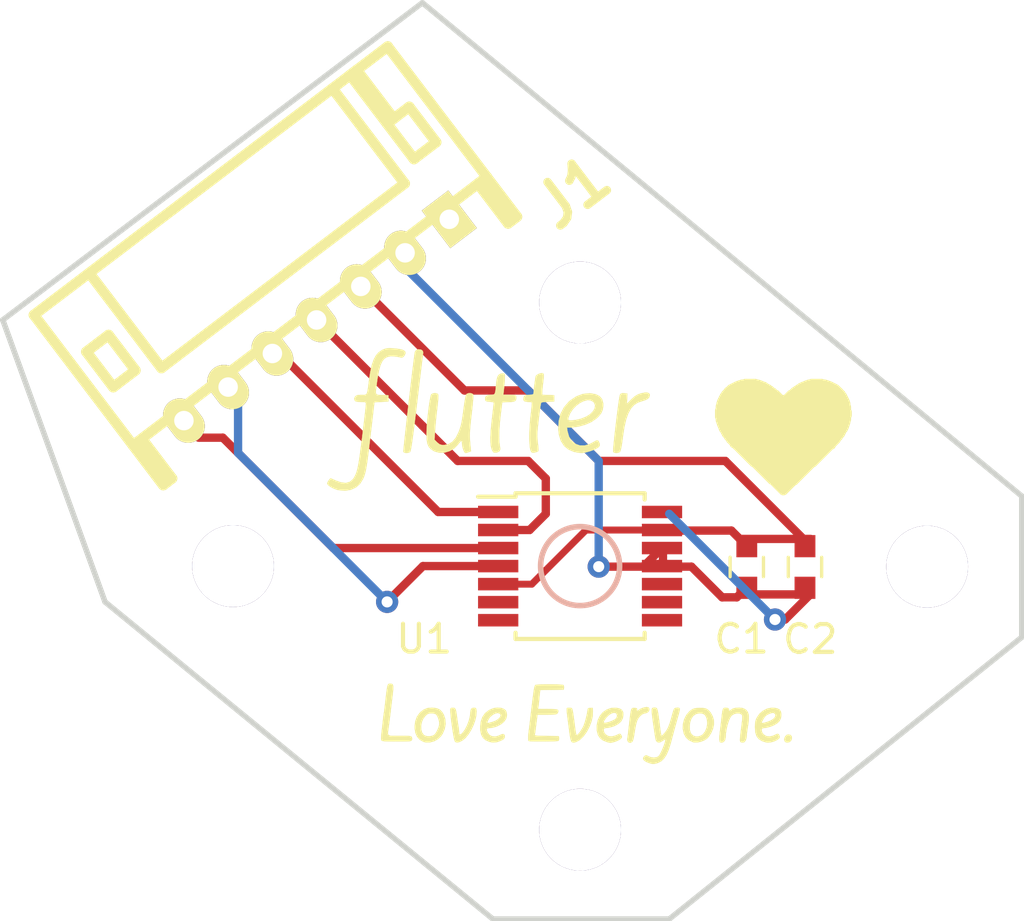
<source format=kicad_pcb>
(kicad_pcb (version 4) (host pcbnew 4.0.7+dfsg1-1)

  (general
    (links 0)
    (no_connects 0)
    (area 67.030233 75.194993 105.510001 109.320001)
    (thickness 1.6)
    (drawings 9)
    (tracks 52)
    (zones 0)
    (modules 10)
    (nets 14)
  )

  (page A4)
  (layers
    (0 Top signal)
    (31 Bottom signal)
    (32 B.Adhes user)
    (33 F.Adhes user)
    (34 B.Paste user)
    (35 F.Paste user)
    (36 B.SilkS user)
    (37 F.SilkS user)
    (38 B.Mask user)
    (39 F.Mask user)
    (40 Dwgs.User user hide)
    (41 Cmts.User user hide)
    (42 Eco1.User user hide)
    (43 Eco2.User user hide)
    (44 Edge.Cuts user)
    (45 Margin user hide)
    (46 B.CrtYd user hide)
    (47 F.CrtYd user hide)
    (48 B.Fab user hide)
    (49 F.Fab user hide)
  )

  (setup
    (last_trace_width 0.25)
    (trace_clearance 0.1524)
    (zone_clearance 0.508)
    (zone_45_only no)
    (trace_min 0.2)
    (segment_width 0.2)
    (edge_width 0.2)
    (via_size 0.6)
    (via_drill 0.4)
    (via_min_size 0.4)
    (via_min_drill 0.3)
    (uvia_size 0.3)
    (uvia_drill 0.1)
    (uvias_allowed no)
    (uvia_min_size 0.2)
    (uvia_min_drill 0.1)
    (pcb_text_width 0.3)
    (pcb_text_size 1.5 1.5)
    (mod_edge_width 0.15)
    (mod_text_size 1 1)
    (mod_text_width 0.15)
    (pad_size 1.524 1.524)
    (pad_drill 0.762)
    (pad_to_mask_clearance 0.2)
    (aux_axis_origin 0 0)
    (visible_elements FFFD5FBF)
    (pcbplotparams
      (layerselection 0x010fc_80000001)
      (usegerberextensions true)
      (excludeedgelayer true)
      (linewidth 0.100000)
      (plotframeref false)
      (viasonmask false)
      (mode 1)
      (useauxorigin false)
      (hpglpennumber 1)
      (hpglpenspeed 20)
      (hpglpendiameter 15)
      (hpglpenoverlay 2)
      (psnegative false)
      (psa4output false)
      (plotreference true)
      (plotvalue true)
      (plotinvisibletext false)
      (padsonsilk false)
      (subtractmaskfromsilk false)
      (outputformat 1)
      (mirror false)
      (drillshape 0)
      (scaleselection 1)
      (outputdirectory Gerber))
  )

  (net 0 "")
  (net 1 "Net-(U1-Pad6)")
  (net 2 "Net-(U1-Pad7)")
  (net 3 "Net-(U1-Pad9)")
  (net 4 "Net-(U1-Pad10)")
  (net 5 "Net-(U1-Pad14)")
  (net 6 GND)
  (net 7 "Net-(U1-Pad8)")
  (net 8 /VCC)
  (net 9 /CLK)
  (net 10 /CSn)
  (net 11 /MOSI)
  (net 12 /MISO)
  (net 13 "Net-(J1-Pad1)")

  (net_class Default "This is the default net class."
    (clearance 0.1524)
    (trace_width 0.25)
    (via_dia 0.6)
    (via_drill 0.4)
    (uvia_dia 0.3)
    (uvia_drill 0.1)
    (add_net /CLK)
    (add_net /CSn)
    (add_net /MISO)
    (add_net /MOSI)
    (add_net /VCC)
    (add_net GND)
    (add_net "Net-(J1-Pad1)")
    (add_net "Net-(U1-Pad10)")
    (add_net "Net-(U1-Pad14)")
    (add_net "Net-(U1-Pad6)")
    (add_net "Net-(U1-Pad7)")
    (add_net "Net-(U1-Pad8)")
    (add_net "Net-(U1-Pad9)")
  )

  (module w_conn_jst-ph:s7b-ph-kl (layer Top) (tedit 5A570897) (tstamp 5A551A81)
    (at 80.01 87.63 217.2)
    (descr "JST PH series connector, S7B-PH-KL")
    (path /5A49201F)
    (fp_text reference J1 (at -10.138672 -1.905389 217.2) (layer F.SilkS)
      (effects (font (thickness 0.3048)))
    )
    (fp_text value CONN_01X07 (at 0.810465 9.225022 217.2) (layer F.SilkS) hide
      (effects (font (thickness 0.3048)))
    )
    (fp_line (start -6.2992 4.09956) (end -6.2992 6.2992) (layer F.SilkS) (width 0.381))
    (fp_line (start -6.2992 6.2992) (end -6.59892 6.2992) (layer F.SilkS) (width 0.381))
    (fp_line (start -6.59892 6.2992) (end -6.59892 4.09956) (layer F.SilkS) (width 0.381))
    (fp_line (start -5.4991 1.99898) (end 5.4991 1.99898) (layer F.SilkS) (width 0.381))
    (fp_line (start 8.001 6.2992) (end -8.001 6.2992) (layer F.SilkS) (width 0.381))
    (fp_line (start -8.001 0.39878) (end 8.001 0.39878) (layer F.SilkS) (width 0.381))
    (fp_line (start 5.4991 1.99898) (end 5.4991 6.2992) (layer F.SilkS) (width 0.381))
    (fp_line (start -5.4991 1.99898) (end -5.4991 6.2992) (layer F.SilkS) (width 0.381))
    (fp_line (start 6.29666 4.09956) (end 6.29666 2.49936) (layer F.SilkS) (width 0.381))
    (fp_line (start 7.29742 4.09956) (end 6.29666 4.09956) (layer F.SilkS) (width 0.381))
    (fp_line (start 7.29742 2.49936) (end 7.29742 4.09956) (layer F.SilkS) (width 0.381))
    (fp_line (start 6.29666 2.49936) (end 7.29742 2.49936) (layer F.SilkS) (width 0.381))
    (fp_line (start -7.29996 2.49936) (end -6.2992 2.49936) (layer F.SilkS) (width 0.381))
    (fp_line (start -6.2992 2.49936) (end -6.2992 4.09956) (layer F.SilkS) (width 0.381))
    (fp_line (start -6.2992 4.09956) (end -7.29996 4.09956) (layer F.SilkS) (width 0.381))
    (fp_line (start -7.29996 4.09956) (end -7.29996 2.49936) (layer F.SilkS) (width 0.381))
    (fp_line (start 7.7978 -1.39954) (end 7.7978 0.39878) (layer F.SilkS) (width 0.381))
    (fp_line (start -7.79526 -1.39954) (end -7.79526 0.39878) (layer F.SilkS) (width 0.381))
    (fp_line (start 7.99846 6.2992) (end 7.99846 -1.39954) (layer F.SilkS) (width 0.381))
    (fp_line (start 7.99846 -1.39954) (end 7.59968 -1.39954) (layer F.SilkS) (width 0.381))
    (fp_line (start 7.59968 -1.39954) (end 7.59968 0.39878) (layer F.SilkS) (width 0.381))
    (fp_line (start -7.59714 0.39878) (end -7.59714 -1.39954) (layer F.SilkS) (width 0.381))
    (fp_line (start -7.59714 -1.39954) (end -7.99592 -1.39954) (layer F.SilkS) (width 0.381))
    (fp_line (start -7.99592 -1.39954) (end -7.99592 6.2992) (layer F.SilkS) (width 0.381))
    (pad 1 thru_hole rect (at -5.99948 0 217.2) (size 1.19888 1.69926) (drill 0.70104) (layers *.Cu *.Mask F.SilkS)
      (net 13 "Net-(J1-Pad1)"))
    (pad 2 thru_hole oval (at -4.0005 0 217.2) (size 1.19888 1.69926) (drill 0.70104) (layers *.Cu *.Mask F.SilkS)
      (net 8 /VCC))
    (pad 3 thru_hole oval (at -1.99898 0 217.2) (size 1.19888 1.69926) (drill 0.70104) (layers *.Cu *.Mask F.SilkS)
      (net 6 GND))
    (pad 4 thru_hole oval (at 0 0 217.2) (size 1.19888 1.69926) (drill 0.70104) (layers *.Cu *.Mask F.SilkS)
      (net 9 /CLK))
    (pad 5 thru_hole oval (at 1.99898 0 217.2) (size 1.19888 1.69926) (drill 0.70104) (layers *.Cu *.Mask F.SilkS)
      (net 10 /CSn))
    (pad 6 thru_hole oval (at 4.0005 0 217.2) (size 1.19888 1.69926) (drill 0.70104) (layers *.Cu *.Mask F.SilkS)
      (net 11 /MOSI))
    (pad 7 thru_hole oval (at 5.99948 0 217.2) (size 1.19888 1.69926) (drill 0.70104) (layers *.Cu *.Mask F.SilkS)
      (net 12 /MISO))
    (model walter/conn_jst-ph/s7b-ph-kl.wrl
      (at (xyz 0 0 0))
      (scale (xyz 1 1 1))
      (rotate (xyz 0 0 0))
    )
  )

  (module Housings_SSOP:TSSOP-14_4.4x5mm_Pitch0.65mm (layer Top) (tedit 5A485CBF) (tstamp 5A5AAF3A)
    (at 89.5 96.5)
    (descr "14-Lead Plastic Thin Shrink Small Outline (ST)-4.4 mm Body [TSSOP] (see Microchip Packaging Specification 00000049BS.pdf)")
    (tags "SSOP 0.65")
    (path /5A489C6C)
    (attr smd)
    (fp_text reference U1 (at -5.6165 2.6235) (layer F.SilkS)
      (effects (font (size 1 1) (thickness 0.15)))
    )
    (fp_text value AS5047 (at 0 3.55) (layer F.Fab)
      (effects (font (size 1 1) (thickness 0.15)))
    )
    (fp_line (start -1.2 -2.5) (end 2.2 -2.5) (layer F.Fab) (width 0.15))
    (fp_line (start 2.2 -2.5) (end 2.2 2.5) (layer F.Fab) (width 0.15))
    (fp_line (start 2.2 2.5) (end -2.2 2.5) (layer F.Fab) (width 0.15))
    (fp_line (start -2.2 2.5) (end -2.2 -1.5) (layer F.Fab) (width 0.15))
    (fp_line (start -2.2 -1.5) (end -1.2 -2.5) (layer F.Fab) (width 0.15))
    (fp_line (start -3.95 -2.8) (end -3.95 2.8) (layer F.CrtYd) (width 0.05))
    (fp_line (start 3.95 -2.8) (end 3.95 2.8) (layer F.CrtYd) (width 0.05))
    (fp_line (start -3.95 -2.8) (end 3.95 -2.8) (layer F.CrtYd) (width 0.05))
    (fp_line (start -3.95 2.8) (end 3.95 2.8) (layer F.CrtYd) (width 0.05))
    (fp_line (start -2.325 -2.625) (end -2.325 -2.5) (layer F.SilkS) (width 0.15))
    (fp_line (start 2.325 -2.625) (end 2.325 -2.4) (layer F.SilkS) (width 0.15))
    (fp_line (start 2.325 2.625) (end 2.325 2.4) (layer F.SilkS) (width 0.15))
    (fp_line (start -2.325 2.625) (end -2.325 2.4) (layer F.SilkS) (width 0.15))
    (fp_line (start -2.325 -2.625) (end 2.325 -2.625) (layer F.SilkS) (width 0.15))
    (fp_line (start -2.325 2.625) (end 2.325 2.625) (layer F.SilkS) (width 0.15))
    (fp_line (start -2.325 -2.5) (end -3.675 -2.5) (layer F.SilkS) (width 0.15))
    (fp_text user %R (at 0 0) (layer F.Fab)
      (effects (font (size 0.8 0.8) (thickness 0.15)))
    )
    (pad 1 smd rect (at -2.95 -1.95) (size 1.45 0.45) (layers Top F.Paste F.Mask)
      (net 10 /CSn))
    (pad 2 smd rect (at -2.95 -1.3) (size 1.45 0.45) (layers Top F.Paste F.Mask)
      (net 9 /CLK))
    (pad 3 smd rect (at -2.95 -0.65) (size 1.45 0.45) (layers Top F.Paste F.Mask)
      (net 12 /MISO))
    (pad 4 smd rect (at -2.95 0) (size 1.45 0.45) (layers Top F.Paste F.Mask)
      (net 11 /MOSI))
    (pad 5 smd rect (at -2.95 0.65) (size 1.45 0.45) (layers Top F.Paste F.Mask)
      (net 6 GND))
    (pad 6 smd rect (at -2.95 1.3) (size 1.45 0.45) (layers Top F.Paste F.Mask)
      (net 1 "Net-(U1-Pad6)"))
    (pad 7 smd rect (at -2.95 1.95) (size 1.45 0.45) (layers Top F.Paste F.Mask)
      (net 2 "Net-(U1-Pad7)"))
    (pad 8 smd rect (at 2.95 1.95) (size 1.45 0.45) (layers Top F.Paste F.Mask)
      (net 7 "Net-(U1-Pad8)"))
    (pad 9 smd rect (at 2.95 1.3) (size 1.45 0.45) (layers Top F.Paste F.Mask)
      (net 3 "Net-(U1-Pad9)"))
    (pad 10 smd rect (at 2.95 0.65) (size 1.45 0.45) (layers Top F.Paste F.Mask)
      (net 4 "Net-(U1-Pad10)"))
    (pad 11 smd rect (at 2.95 0) (size 1.45 0.45) (layers Top F.Paste F.Mask)
      (net 8 /VCC))
    (pad 12 smd rect (at 2.95 -0.65) (size 1.45 0.45) (layers Top F.Paste F.Mask)
      (net 8 /VCC))
    (pad 13 smd rect (at 2.95 -1.3) (size 1.45 0.45) (layers Top F.Paste F.Mask)
      (net 6 GND))
    (pad 14 smd rect (at 2.95 -1.95) (size 1.45 0.45) (layers Top F.Paste F.Mask)
      (net 5 "Net-(U1-Pad14)"))
    (model ${KISYS3DMOD}/Housings_SSOP.3dshapes/TSSOP-14_4.4x5mm_Pitch0.65mm.wrl
      (at (xyz 0 0 0))
      (scale (xyz 1 1 1))
      (rotate (xyz 0 0 0))
    )
  )

  (module conn-wire-pads:Hole-Screw-NP-#4 (layer Top) (tedit 5A56FC2F) (tstamp 5A6574B9)
    (at 102.87 96.52)
    (descr "Mounting Hole - Screw #4")
    (attr virtual)
    (fp_text reference REF** (at 0 -4.6) (layer F.SilkS) hide
      (effects (font (size 1 1) (thickness 0.18)))
    )
    (fp_text value VAL** (at 0 4.7) (layer F.Fab) hide
      (effects (font (size 1 1) (thickness 0.18)))
    )
    (pad P thru_hole circle (at -0.87 0) (size 2.9464 2.9464) (drill 2.9464) (layers *.Cu *.Mask)
      (clearance 2.7178) (zone_connect 0))
  )

  (module conn-wire-pads:Hole-Screw-NP-#4 (layer Top) (tedit 5A56FCD7) (tstamp 5A6574BE)
    (at 88.9 102.87)
    (descr "Mounting Hole - Screw #4")
    (attr virtual)
    (fp_text reference REF** (at 0 -4.6) (layer F.SilkS) hide
      (effects (font (size 1 1) (thickness 0.18)))
    )
    (fp_text value VAL** (at 0 4.7) (layer F.Fab) hide
      (effects (font (size 1 1) (thickness 0.18)))
    )
    (pad P thru_hole circle (at 0.6 -15.87) (size 2.9464 2.9464) (drill 2.9464) (layers *.Cu *.Mask)
      (clearance 2.7178) (zone_connect 0))
  )

  (module conn-wire-pads:Hole-Screw-NP-#4 (layer Top) (tedit 5A56FCCB) (tstamp 5A6574C3)
    (at 88.9 90.17)
    (descr "Mounting Hole - Screw #4")
    (attr virtual)
    (fp_text reference REF** (at 0 -4.6) (layer F.SilkS) hide
      (effects (font (size 1 1) (thickness 0.18)))
    )
    (fp_text value VAL** (at 0 4.7) (layer F.Fab) hide
      (effects (font (size 1 1) (thickness 0.18)))
    )
    (pad P thru_hole circle (at 0.6 15.83) (size 2.9464 2.9464) (drill 2.9464) (layers *.Cu *.Mask)
      (clearance 2.7178) (zone_connect 0))
  )

  (module conn-wire-pads:Hole-Screw-NP-#4 (layer Top) (tedit 5A56FC1F) (tstamp 5A6574C8)
    (at 77.47 96.52)
    (descr "Mounting Hole - Screw #4")
    (attr virtual)
    (fp_text reference REF** (at 0 -4.6) (layer F.SilkS) hide
      (effects (font (size 1 1) (thickness 0.18)))
    )
    (fp_text value VAL** (at 0 4.7) (layer F.Fab) hide
      (effects (font (size 1 1) (thickness 0.18)))
    )
    (pad P thru_hole circle (at -0.47 -0.02) (size 2.9464 2.9464) (drill 2.9464) (layers *.Cu *.Mask)
      (clearance 2.7178) (zone_connect 0))
  )

  (module Capacitors_SMD:C_0603 (layer Top) (tedit 59958EE7) (tstamp 5A551A77)
    (at 95.504 96.532 90)
    (descr "Capacitor SMD 0603, reflow soldering, AVX (see smccp.pdf)")
    (tags "capacitor 0603")
    (path /5A4900D1)
    (attr smd)
    (fp_text reference C1 (at -2.5915 -0.1905 180) (layer F.SilkS)
      (effects (font (size 1 1) (thickness 0.15)))
    )
    (fp_text value C (at 0 1.5 90) (layer F.Fab)
      (effects (font (size 1 1) (thickness 0.15)))
    )
    (fp_line (start 1.4 0.65) (end -1.4 0.65) (layer F.CrtYd) (width 0.05))
    (fp_line (start 1.4 0.65) (end 1.4 -0.65) (layer F.CrtYd) (width 0.05))
    (fp_line (start -1.4 -0.65) (end -1.4 0.65) (layer F.CrtYd) (width 0.05))
    (fp_line (start -1.4 -0.65) (end 1.4 -0.65) (layer F.CrtYd) (width 0.05))
    (fp_line (start 0.35 0.6) (end -0.35 0.6) (layer F.SilkS) (width 0.12))
    (fp_line (start -0.35 -0.6) (end 0.35 -0.6) (layer F.SilkS) (width 0.12))
    (fp_line (start -0.8 -0.4) (end 0.8 -0.4) (layer F.Fab) (width 0.1))
    (fp_line (start 0.8 -0.4) (end 0.8 0.4) (layer F.Fab) (width 0.1))
    (fp_line (start 0.8 0.4) (end -0.8 0.4) (layer F.Fab) (width 0.1))
    (fp_line (start -0.8 0.4) (end -0.8 -0.4) (layer F.Fab) (width 0.1))
    (fp_text user %R (at 0.012 0 90) (layer F.Fab)
      (effects (font (size 0.3 0.3) (thickness 0.075)))
    )
    (pad 2 smd rect (at 0.75 0 90) (size 0.8 0.75) (layers Top F.Paste F.Mask)
      (net 6 GND))
    (pad 1 smd rect (at -0.75 0 90) (size 0.8 0.75) (layers Top F.Paste F.Mask)
      (net 8 /VCC))
    (model Capacitors_SMD.3dshapes/C_0603.wrl
      (at (xyz 0 0 0))
      (scale (xyz 1 1 1))
      (rotate (xyz 0 0 0))
    )
  )

  (module Capacitors_SMD:C_0603 (layer Top) (tedit 59958EE7) (tstamp 5A551A7C)
    (at 97.5995 96.532 90)
    (descr "Capacitor SMD 0603, reflow soldering, AVX (see smccp.pdf)")
    (tags "capacitor 0603")
    (path /5A490198)
    (attr smd)
    (fp_text reference C2 (at -2.6035 0.1905 180) (layer F.SilkS)
      (effects (font (size 1 1) (thickness 0.15)))
    )
    (fp_text value C (at 0 1.5 90) (layer F.Fab)
      (effects (font (size 1 1) (thickness 0.15)))
    )
    (fp_line (start 1.4 0.65) (end -1.4 0.65) (layer F.CrtYd) (width 0.05))
    (fp_line (start 1.4 0.65) (end 1.4 -0.65) (layer F.CrtYd) (width 0.05))
    (fp_line (start -1.4 -0.65) (end -1.4 0.65) (layer F.CrtYd) (width 0.05))
    (fp_line (start -1.4 -0.65) (end 1.4 -0.65) (layer F.CrtYd) (width 0.05))
    (fp_line (start 0.35 0.6) (end -0.35 0.6) (layer F.SilkS) (width 0.12))
    (fp_line (start -0.35 -0.6) (end 0.35 -0.6) (layer F.SilkS) (width 0.12))
    (fp_line (start -0.8 -0.4) (end 0.8 -0.4) (layer F.Fab) (width 0.1))
    (fp_line (start 0.8 -0.4) (end 0.8 0.4) (layer F.Fab) (width 0.1))
    (fp_line (start 0.8 0.4) (end -0.8 0.4) (layer F.Fab) (width 0.1))
    (fp_line (start -0.8 0.4) (end -0.8 -0.4) (layer F.Fab) (width 0.1))
    (fp_text user %R (at 0 0 90) (layer F.Fab)
      (effects (font (size 0.3 0.3) (thickness 0.075)))
    )
    (pad 2 smd rect (at 0.75 0 90) (size 0.8 0.75) (layers Top F.Paste F.Mask)
      (net 6 GND))
    (pad 1 smd rect (at -0.75 0 90) (size 0.8 0.75) (layers Top F.Paste F.Mask)
      (net 8 /VCC))
    (model Capacitors_SMD.3dshapes/C_0603.wrl
      (at (xyz 0 0 0))
      (scale (xyz 1 1 1))
      (rotate (xyz 0 0 0))
    )
  )

  (module vesc_encoder:love_small (layer Top) (tedit 0) (tstamp 5A5F1028)
    (at 89.789 102.108)
    (fp_text reference G*** (at 0 0) (layer F.SilkS) hide
      (effects (font (thickness 0.3)))
    )
    (fp_text value LOGO (at 0.75 0) (layer F.SilkS) hide
      (effects (font (thickness 0.3)))
    )
    (fp_poly (pts (xy 2.41751 -0.507735) (xy 2.444613 -0.503325) (xy 2.466564 -0.489352) (xy 2.484926 -0.460398)
      (xy 2.501262 -0.411045) (xy 2.517136 -0.335873) (xy 2.53411 -0.229465) (xy 2.553748 -0.086402)
      (xy 2.577613 0.098735) (xy 2.592527 0.2159) (xy 2.606097 0.314898) (xy 2.619607 0.401212)
      (xy 2.629779 0.45448) (xy 2.64439 0.51526) (xy 2.730759 0.431548) (xy 2.809151 0.337316)
      (xy 2.878059 0.213246) (xy 2.940552 0.05257) (xy 2.999699 -0.151477) (xy 3.005419 -0.174014)
      (xy 3.035411 -0.286065) (xy 3.064415 -0.381604) (xy 3.088569 -0.44856) (xy 3.100927 -0.472464)
      (xy 3.145222 -0.497018) (xy 3.212261 -0.507964) (xy 3.21621 -0.508) (xy 3.263059 -0.504082)
      (xy 3.290958 -0.487278) (xy 3.30051 -0.450017) (xy 3.292318 -0.384725) (xy 3.266985 -0.28383)
      (xy 3.241203 -0.194174) (xy 3.210712 -0.088034) (xy 3.172143 0.049718) (xy 3.130353 0.201572)
      (xy 3.0902 0.350015) (xy 3.088706 0.3556) (xy 3.052625 0.490229) (xy 3.018743 0.616131)
      (xy 2.990467 0.720683) (xy 2.971202 0.791265) (xy 2.968757 0.8001) (xy 2.898315 1.02048)
      (xy 2.821182 1.19452) (xy 2.734294 1.326549) (xy 2.634586 1.420896) (xy 2.518993 1.48189)
      (xy 2.4765 1.495531) (xy 2.391643 1.515939) (xy 2.326157 1.519551) (xy 2.254452 1.505733)
      (xy 2.1971 1.488591) (xy 2.080621 1.440955) (xy 2.006925 1.386694) (xy 1.978106 1.329128)
      (xy 1.996258 1.271578) (xy 2.036573 1.234095) (xy 2.078001 1.211177) (xy 2.116139 1.214386)
      (xy 2.172921 1.245355) (xy 2.269514 1.283631) (xy 2.377372 1.294083) (xy 2.476943 1.276705)
      (xy 2.534402 1.245424) (xy 2.568291 1.203055) (xy 2.609353 1.13099) (xy 2.653596 1.03931)
      (xy 2.697026 0.938099) (xy 2.735648 0.83744) (xy 2.765471 0.747414) (xy 2.782501 0.678105)
      (xy 2.782743 0.639595) (xy 2.776171 0.635) (xy 2.748938 0.648143) (xy 2.699805 0.680025)
      (xy 2.696321 0.682467) (xy 2.601968 0.736755) (xy 2.530352 0.749142) (xy 2.479214 0.722986)
      (xy 2.460632 0.702854) (xy 2.446249 0.679504) (xy 2.43399 0.644381) (xy 2.421782 0.588933)
      (xy 2.40755 0.504607) (xy 2.389221 0.382848) (xy 2.377804 0.3048) (xy 2.345435 0.081523)
      (xy 2.320568 -0.096602) (xy 2.303238 -0.234676) (xy 2.293484 -0.337796) (xy 2.291341 -0.41106)
      (xy 2.296848 -0.459566) (xy 2.31004 -0.488414) (xy 2.330955 -0.5027) (xy 2.35963 -0.507524)
      (xy 2.383692 -0.508001) (xy 2.41751 -0.507735)) (layer F.SilkS) (width 0.01))
    (fp_poly (pts (xy -5.578057 -0.503581) (xy -5.438189 -0.480859) (xy -5.331896 -0.428021) (xy -5.247701 -0.337405)
      (xy -5.196486 -0.24884) (xy -5.142554 -0.085771) (xy -5.133068 0.089384) (xy -5.166649 0.266787)
      (xy -5.241917 0.436605) (xy -5.305749 0.529799) (xy -5.412252 0.629564) (xy -5.54508 0.702016)
      (xy -5.690198 0.742722) (xy -5.83357 0.747251) (xy -5.926959 0.725946) (xy -6.05924 0.652134)
      (xy -6.158147 0.541696) (xy -6.221675 0.397966) (xy -6.247818 0.224275) (xy -6.2484 0.191729)
      (xy -6.243763 0.147844) (xy -6.015878 0.147844) (xy -6.01326 0.273976) (xy -5.983022 0.385102)
      (xy -5.924629 0.469887) (xy -5.896391 0.49192) (xy -5.816525 0.520264) (xy -5.71634 0.52591)
      (xy -5.617698 0.510183) (xy -5.542464 0.474408) (xy -5.537508 0.470178) (xy -5.480749 0.399339)
      (xy -5.426171 0.29968) (xy -5.383055 0.191823) (xy -5.360684 0.096392) (xy -5.3594 0.074406)
      (xy -5.370057 -0.02272) (xy -5.397763 -0.124372) (xy -5.43612 -0.212339) (xy -5.478733 -0.268408)
      (xy -5.48022 -0.269566) (xy -5.531625 -0.290038) (xy -5.609572 -0.302415) (xy -5.64515 -0.303993)
      (xy -5.722221 -0.299826) (xy -5.778703 -0.279511) (xy -5.836743 -0.233227) (xy -5.86337 -0.207231)
      (xy -5.940398 -0.104095) (xy -5.991412 0.018041) (xy -6.015878 0.147844) (xy -6.243763 0.147844)
      (xy -6.227476 -0.006279) (xy -6.165723 -0.178617) (xy -6.064667 -0.321392) (xy -6.035775 -0.34987)
      (xy -5.91592 -0.440272) (xy -5.789607 -0.490563) (xy -5.641709 -0.505824) (xy -5.578057 -0.503581)) (layer F.SilkS) (width 0.01))
    (fp_poly (pts (xy -4.100848 -0.50383) (xy -4.055247 -0.494502) (xy -4.031828 -0.470536) (xy -4.021424 -0.417563)
      (xy -4.01814 -0.374178) (xy -4.026381 -0.223153) (xy -4.065047 -0.053282) (xy -4.128574 0.123812)
      (xy -4.211398 0.296507) (xy -4.307956 0.453179) (xy -4.412684 0.582207) (xy -4.518446 0.670987)
      (xy -4.632438 0.729733) (xy -4.722216 0.74857) (xy -4.781456 0.729703) (xy -4.797996 0.707293)
      (xy -4.814647 0.663087) (xy -4.832379 0.592156) (xy -4.852159 0.489573) (xy -4.874955 0.350409)
      (xy -4.901736 0.169737) (xy -4.927329 -0.0127) (xy -4.941957 -0.132399) (xy -4.953805 -0.254111)
      (xy -4.960398 -0.352285) (xy -4.960526 -0.3556) (xy -4.962277 -0.435557) (xy -4.955376 -0.477942)
      (xy -4.933056 -0.49595) (xy -4.888546 -0.502774) (xy -4.884838 -0.503134) (xy -4.834175 -0.502393)
      (xy -4.797396 -0.483725) (xy -4.770599 -0.439583) (xy -4.749883 -0.36242) (xy -4.731345 -0.244688)
      (xy -4.724779 -0.193544) (xy -4.708778 -0.073027) (xy -4.691237 0.046313) (xy -4.675475 0.142108)
      (xy -4.672778 0.156737) (xy -4.658077 0.251036) (xy -4.649295 0.339773) (xy -4.6482 0.370267)
      (xy -4.640213 0.441663) (xy -4.614809 0.466399) (xy -4.569827 0.445034) (xy -4.524659 0.402011)
      (xy -4.437379 0.283699) (xy -4.358982 0.131774) (xy -4.296053 -0.036631) (xy -4.255177 -0.204379)
      (xy -4.242705 -0.331696) (xy -4.227152 -0.431206) (xy -4.183079 -0.488984) (xy -4.110752 -0.504708)
      (xy -4.100848 -0.50383)) (layer F.SilkS) (width 0.01))
    (fp_poly (pts (xy -3.145414 -0.499531) (xy -3.042699 -0.465633) (xy -2.969432 -0.407611) (xy -2.945309 -0.36543)
      (xy -2.92221 -0.240471) (xy -2.946954 -0.120857) (xy -3.016599 -0.010721) (xy -3.128204 0.085804)
      (xy -3.278827 0.164586) (xy -3.338275 0.186553) (xy -3.433364 0.211874) (xy -3.527703 0.226854)
      (xy -3.560525 0.2286) (xy -3.626453 0.235792) (xy -3.655378 0.262422) (xy -3.649923 0.316072)
      (xy -3.617718 0.393867) (xy -3.552735 0.476892) (xy -3.459657 0.52514) (xy -3.349412 0.536355)
      (xy -3.232931 0.508284) (xy -3.183428 0.483444) (xy -3.097198 0.445928) (xy -3.036458 0.447981)
      (xy -3.004841 0.488463) (xy -3.002103 0.540273) (xy -3.015474 0.593369) (xy -3.051325 0.633592)
      (xy -3.12233 0.674893) (xy -3.126148 0.676798) (xy -3.287715 0.736039) (xy -3.440752 0.747299)
      (xy -3.556 0.723888) (xy -3.691476 0.66353) (xy -3.788517 0.57921) (xy -3.850643 0.465427)
      (xy -3.881371 0.31668) (xy -3.8862 0.207563) (xy -3.870067 0.035625) (xy -3.631225 0.035625)
      (xy -3.614817 0.0508) (xy -3.582846 0.044412) (xy -3.517422 0.027823) (xy -3.448435 0.008993)
      (xy -3.336594 -0.03347) (xy -3.246275 -0.088701) (xy -3.182739 -0.15019) (xy -3.151244 -0.211428)
      (xy -3.157051 -0.265905) (xy -3.19655 -0.30274) (xy -3.268227 -0.314776) (xy -3.356112 -0.291971)
      (xy -3.447332 -0.241135) (xy -3.529012 -0.16908) (xy -3.579006 -0.10043) (xy -3.620309 -0.015829)
      (xy -3.631225 0.035625) (xy -3.870067 0.035625) (xy -3.867099 0.003994) (xy -3.809419 -0.166891)
      (xy -3.712599 -0.306102) (xy -3.576078 -0.414649) (xy -3.52506 -0.442504) (xy -3.397113 -0.489365)
      (xy -3.267058 -0.507908) (xy -3.145414 -0.499531)) (layer F.SilkS) (width 0.01))
    (fp_poly (pts (xy -0.657465 -0.503501) (xy -0.611298 -0.49681) (xy -0.583228 -0.479911) (xy -0.565473 -0.440952)
      (xy -0.550255 -0.368079) (xy -0.543718 -0.3302) (xy -0.527749 -0.228764) (xy -0.509176 -0.099059)
      (xy -0.491132 0.036708) (xy -0.484622 0.0889) (xy -0.465655 0.240347) (xy -0.450608 0.348199)
      (xy -0.438099 0.41938) (xy -0.426748 0.460816) (xy -0.415171 0.479434) (xy -0.406083 0.4826)
      (xy -0.373267 0.462131) (xy -0.325001 0.408541) (xy -0.269697 0.333552) (xy -0.215772 0.248887)
      (xy -0.171641 0.16627) (xy -0.15994 0.1397) (xy -0.12225 0.03235) (xy -0.084007 -0.101248)
      (xy -0.050416 -0.240364) (xy -0.026683 -0.364263) (xy -0.019653 -0.4191) (xy -0.009324 -0.470549)
      (xy 0.019801 -0.491525) (xy 0.0762 -0.4953) (xy 0.1651 -0.4953) (xy 0.172794 -0.361465)
      (xy 0.162981 -0.188002) (xy 0.11875 -0.000799) (xy 0.045943 0.188043) (xy -0.049593 0.366423)
      (xy -0.162015 0.522239) (xy -0.285477 0.643389) (xy -0.32692 0.673225) (xy -0.431439 0.729489)
      (xy -0.518769 0.752528) (xy -0.57972 0.740548) (xy -0.606121 0.705835) (xy -0.630338 0.635125)
      (xy -0.653427 0.524005) (xy -0.676446 0.368062) (xy -0.684683 0.302062) (xy -0.6997 0.18101)
      (xy -0.718689 0.033265) (xy -0.738592 -0.117553) (xy -0.748343 -0.189754) (xy -0.761859 -0.304265)
      (xy -0.769217 -0.400025) (xy -0.769811 -0.465937) (xy -0.764707 -0.490054) (xy -0.726642 -0.502624)
      (xy -0.663254 -0.504002) (xy -0.657465 -0.503501)) (layer F.SilkS) (width 0.01))
    (fp_poly (pts (xy 1.002838 -0.502744) (xy 1.129023 -0.47853) (xy 1.213237 -0.428418) (xy 1.258907 -0.349307)
      (xy 1.27 -0.261012) (xy 1.250125 -0.124652) (xy 1.188727 -0.011012) (xy 1.083143 0.083378)
      (xy 0.9525 0.15287) (xy 0.8481 0.188906) (xy 0.73381 0.215635) (xy 0.69215 0.221634)
      (xy 0.614596 0.231696) (xy 0.574991 0.246243) (xy 0.560636 0.273721) (xy 0.5588 0.310307)
      (xy 0.583361 0.395281) (xy 0.633046 0.459153) (xy 0.726358 0.518457) (xy 0.840734 0.533595)
      (xy 0.971803 0.504373) (xy 1.034757 0.476854) (xy 1.102659 0.44436) (xy 1.140808 0.434172)
      (xy 1.164681 0.445473) (xy 1.183589 0.469009) (xy 1.211833 0.519968) (xy 1.2192 0.549111)
      (xy 1.196485 0.59342) (xy 1.135866 0.64288) (xy 1.048632 0.689959) (xy 0.957096 0.723953)
      (xy 0.874187 0.747376) (xy 0.81841 0.756843) (xy 0.768381 0.75345) (xy 0.702715 0.738292)
      (xy 0.6985 0.73721) (xy 0.544474 0.679302) (xy 0.430343 0.593598) (xy 0.354514 0.477541)
      (xy 0.315393 0.328574) (xy 0.311388 0.144138) (xy 0.31325 0.118786) (xy 0.33444 0.016051)
      (xy 0.559642 0.016051) (xy 0.579601 0.039181) (xy 0.637505 0.038226) (xy 0.65405 0.035416)
      (xy 0.739689 0.01346) (xy 0.834979 -0.019298) (xy 0.858845 -0.029016) (xy 0.957086 -0.078031)
      (xy 1.014085 -0.127373) (xy 1.038592 -0.186392) (xy 1.0414 -0.224069) (xy 1.024336 -0.28898)
      (xy 0.978405 -0.320874) (xy 0.911501 -0.321793) (xy 0.831516 -0.293782) (xy 0.746343 -0.238886)
      (xy 0.663873 -0.15915) (xy 0.631275 -0.117828) (xy 0.577057 -0.035005) (xy 0.559642 0.016051)
      (xy 0.33444 0.016051) (xy 0.350284 -0.06076) (xy 0.426181 -0.217028) (xy 0.535041 -0.344699)
      (xy 0.670961 -0.438455) (xy 0.82804 -0.492976) (xy 1.000378 -0.502944) (xy 1.002838 -0.502744)) (layer F.SilkS) (width 0.01))
    (fp_poly (pts (xy 2.117265 -0.528457) (xy 2.177524 -0.512889) (xy 2.202983 -0.47478) (xy 2.205491 -0.461456)
      (xy 2.192931 -0.389656) (xy 2.143209 -0.332936) (xy 2.069954 -0.305524) (xy 2.055412 -0.3048)
      (xy 1.973827 -0.28216) (xy 1.889528 -0.221101) (xy 1.814208 -0.13192) (xy 1.771564 -0.054868)
      (xy 1.748487 0.014381) (xy 1.722491 0.119623) (xy 1.696799 0.246426) (xy 1.675096 0.377187)
      (xy 1.651563 0.524462) (xy 1.630175 0.627552) (xy 1.609257 0.692927) (xy 1.587136 0.727057)
      (xy 1.583911 0.729665) (xy 1.518284 0.759743) (xy 1.460323 0.742267) (xy 1.436891 0.722062)
      (xy 1.408989 0.664118) (xy 1.409733 0.626812) (xy 1.418397 0.576525) (xy 1.430168 0.491581)
      (xy 1.442891 0.38785) (xy 1.446554 0.3556) (xy 1.472087 0.125973) (xy 1.492972 -0.058202)
      (xy 1.510497 -0.201927) (xy 1.525952 -0.310203) (xy 1.540626 -0.388031) (xy 1.555806 -0.440411)
      (xy 1.572781 -0.472345) (xy 1.59284 -0.488834) (xy 1.617272 -0.494878) (xy 1.647366 -0.495479)
      (xy 1.665816 -0.4953) (xy 1.730478 -0.491486) (xy 1.758357 -0.474657) (xy 1.763283 -0.43815)
      (xy 1.76963 -0.393575) (xy 1.782333 -0.381) (xy 1.803138 -0.400051) (xy 1.8034 -0.403603)
      (xy 1.825623 -0.431087) (xy 1.882019 -0.463486) (xy 1.957176 -0.494672) (xy 2.035681 -0.518513)
      (xy 2.102124 -0.528879) (xy 2.117265 -0.528457)) (layer F.SilkS) (width 0.01))
    (fp_poly (pts (xy 4.134577 -0.493341) (xy 4.206429 -0.485658) (xy 4.259156 -0.468237) (xy 4.308566 -0.437423)
      (xy 4.322827 -0.426761) (xy 4.412101 -0.331797) (xy 4.48347 -0.202913) (xy 4.528331 -0.056131)
      (xy 4.53152 -0.0381) (xy 4.532292 0.09569) (xy 4.499447 0.245009) (xy 4.439103 0.393726)
      (xy 4.357373 0.525715) (xy 4.289289 0.600815) (xy 4.193092 0.665842) (xy 4.072975 0.715349)
      (xy 3.946825 0.744446) (xy 3.832526 0.748245) (xy 3.784435 0.738827) (xy 3.633934 0.669443)
      (xy 3.521895 0.567185) (xy 3.447778 0.43135) (xy 3.411038 0.261239) (xy 3.410495 0.255456)
      (xy 3.412929 0.179469) (xy 3.657694 0.179469) (xy 3.665339 0.30201) (xy 3.690238 0.391468)
      (xy 3.707527 0.424473) (xy 3.77975 0.499195) (xy 3.874404 0.535566) (xy 3.979772 0.532847)
      (xy 4.084137 0.490298) (xy 4.134917 0.451456) (xy 4.216837 0.344468) (xy 4.270055 0.209041)
      (xy 4.291567 0.060556) (xy 4.278369 -0.085606) (xy 4.254541 -0.161082) (xy 4.206965 -0.242241)
      (xy 4.140746 -0.28744) (xy 4.043247 -0.304182) (xy 4.01244 -0.3048) (xy 3.891886 -0.28182)
      (xy 3.792718 -0.215997) (xy 3.718361 -0.112007) (xy 3.672242 0.025474) (xy 3.657694 0.179469)
      (xy 3.412929 0.179469) (xy 3.41612 0.079861) (xy 3.460981 -0.09127) (xy 3.53976 -0.246053)
      (xy 3.647139 -0.372604) (xy 3.714945 -0.424891) (xy 3.776978 -0.460918) (xy 3.836105 -0.482013)
      (xy 3.90962 -0.492048) (xy 4.01482 -0.494898) (xy 4.02779 -0.494937) (xy 4.134577 -0.493341)) (layer F.SilkS) (width 0.01))
    (fp_poly (pts (xy 5.553712 -0.493828) (xy 5.617582 -0.47224) (xy 5.696881 -0.420658) (xy 5.751027 -0.349592)
      (xy 5.78124 -0.253192) (xy 5.788739 -0.125608) (xy 5.774746 0.039012) (xy 5.7531 0.1778)
      (xy 5.735391 0.287014) (xy 5.72203 0.385941) (xy 5.715286 0.457218) (xy 5.714893 0.4699)
      (xy 5.702943 0.591126) (xy 5.67014 0.683569) (xy 5.620129 0.738576) (xy 5.597804 0.747757)
      (xy 5.531386 0.749272) (xy 5.495366 0.733501) (xy 5.481067 0.717993) (xy 5.472134 0.694643)
      (xy 5.468811 0.656129) (xy 5.471343 0.595131) (xy 5.479974 0.504329) (xy 5.494948 0.376402)
      (xy 5.5118 0.2413) (xy 5.532095 0.078182) (xy 5.545891 -0.04209) (xy 5.553371 -0.127033)
      (xy 5.554717 -0.184159) (xy 5.550115 -0.220982) (xy 5.539745 -0.245017) (xy 5.524108 -0.263463)
      (xy 5.456795 -0.298253) (xy 5.366701 -0.303497) (xy 5.270698 -0.2814) (xy 5.18566 -0.23417)
      (xy 5.166017 -0.216647) (xy 5.11495 -0.142414) (xy 5.065703 -0.029559) (xy 5.021603 0.109767)
      (xy 4.985974 0.263408) (xy 4.962141 0.419211) (xy 4.953443 0.560295) (xy 4.935692 0.652399)
      (xy 4.889675 0.719294) (xy 4.824744 0.752225) (xy 4.75615 0.744924) (xy 4.735488 0.71105)
      (xy 4.725962 0.635247) (xy 4.727739 0.525187) (xy 4.740989 0.388544) (xy 4.747317 0.3429)
      (xy 4.759253 0.254427) (xy 4.774129 0.132845) (xy 4.789869 -0.004405) (xy 4.801744 -0.1143)
      (xy 4.818411 -0.264548) (xy 4.834011 -0.371263) (xy 4.851682 -0.44154) (xy 4.874561 -0.482471)
      (xy 4.905786 -0.501151) (xy 4.948495 -0.504672) (xy 4.973711 -0.503085) (xy 5.038707 -0.491332)
      (xy 5.068452 -0.463951) (xy 5.075739 -0.435686) (xy 5.084179 -0.376071) (xy 5.14641 -0.434534)
      (xy 5.220661 -0.476355) (xy 5.32528 -0.501137) (xy 5.442289 -0.507441) (xy 5.553712 -0.493828)) (layer F.SilkS) (width 0.01))
    (fp_poly (pts (xy 6.683474 -0.502846) (xy 6.810568 -0.481578) (xy 6.895646 -0.436407) (xy 6.943659 -0.362785)
      (xy 6.959558 -0.256163) (xy 6.9596 -0.249217) (xy 6.942967 -0.122643) (xy 6.889729 -0.01942)
      (xy 6.794878 0.067367) (xy 6.685112 0.129882) (xy 6.578443 0.17324) (xy 6.464886 0.206996)
      (xy 6.386662 0.221437) (xy 6.307335 0.231333) (xy 6.266169 0.245196) (xy 6.250687 0.271046)
      (xy 6.2484 0.310307) (xy 6.272961 0.395281) (xy 6.322646 0.459153) (xy 6.414907 0.517417)
      (xy 6.527724 0.534609) (xy 6.650934 0.510116) (xy 6.712234 0.4826) (xy 6.789155 0.445056)
      (xy 6.836349 0.436011) (xy 6.866724 0.456344) (xy 6.887678 0.494547) (xy 6.903174 0.552444)
      (xy 6.882844 0.597567) (xy 6.882483 0.598004) (xy 6.809116 0.656816) (xy 6.703921 0.705981)
      (xy 6.585735 0.739577) (xy 6.473391 0.75168) (xy 6.4135 0.745468) (xy 6.258502 0.695516)
      (xy 6.144716 0.623619) (xy 6.068014 0.524238) (xy 6.024269 0.391839) (xy 6.009354 0.220885)
      (xy 6.009285 0.2032) (xy 6.012782 0.079365) (xy 6.017989 0.039914) (xy 6.2484 0.039914)
      (xy 6.269982 0.048724) (xy 6.326836 0.041419) (xy 6.407124 0.020894) (xy 6.499009 -0.009958)
      (xy 6.569278 -0.038517) (xy 6.660908 -0.092393) (xy 6.722267 -0.155049) (xy 6.750089 -0.218234)
      (xy 6.741111 -0.273697) (xy 6.692068 -0.313188) (xy 6.679717 -0.317653) (xy 6.622106 -0.316753)
      (xy 6.542287 -0.293362) (xy 6.45926 -0.254701) (xy 6.392676 -0.208582) (xy 6.355791 -0.164305)
      (xy 6.312899 -0.098493) (xy 6.274524 -0.029271) (xy 6.25119 0.025234) (xy 6.2484 0.039914)
      (xy 6.017989 0.039914) (xy 6.024861 -0.012145) (xy 6.048709 -0.089519) (xy 6.068197 -0.133052)
      (xy 6.165299 -0.280077) (xy 6.29358 -0.394296) (xy 6.444345 -0.470482) (xy 6.608901 -0.503411)
      (xy 6.683474 -0.502846)) (layer F.SilkS) (width 0.01))
    (fp_poly (pts (xy 7.278189 0.470736) (xy 7.327326 0.517644) (xy 7.3406 0.582455) (xy 7.319193 0.670212)
      (xy 7.262116 0.728983) (xy 7.180083 0.750498) (xy 7.131067 0.744203) (xy 7.083201 0.710974)
      (xy 7.064944 0.653256) (xy 7.072985 0.585249) (xy 7.104017 0.521157) (xy 7.154729 0.475181)
      (xy 7.196887 0.461714) (xy 7.278189 0.470736)) (layer F.SilkS) (width 0.01))
    (fp_poly (pts (xy -7.081222 -1.368155) (xy -7.049667 -1.35382) (xy -7.029363 -1.322595) (xy -7.01964 -1.268479)
      (xy -7.019825 -1.185474) (xy -7.029249 -1.067579) (xy -7.047239 -0.908794) (xy -7.060764 -0.8001)
      (xy -7.074059 -0.692122) (xy -7.090182 -0.556997) (xy -7.106361 -0.418068) (xy -7.112041 -0.3683)
      (xy -7.129422 -0.221719) (xy -7.150414 -0.054548) (xy -7.171262 0.10354) (xy -7.177214 0.146818)
      (xy -7.197051 0.279595) (xy -7.209695 0.375491) (xy -7.208886 0.44043) (xy -7.188364 0.480331)
      (xy -7.141869 0.501119) (xy -7.063141 0.508712) (xy -6.94592 0.509035) (xy -6.795394 0.508)
      (xy -6.640192 0.508366) (xy -6.528093 0.51005) (xy -6.451402 0.513929) (xy -6.402423 0.520882)
      (xy -6.373462 0.531785) (xy -6.356824 0.547517) (xy -6.35 0.5588) (xy -6.336708 0.623751)
      (xy -6.35 0.6604) (xy -6.361696 0.677566) (xy -6.380406 0.690363) (xy -6.412972 0.699429)
      (xy -6.46624 0.705403) (xy -6.547054 0.708925) (xy -6.662257 0.710635) (xy -6.818693 0.711171)
      (xy -6.893884 0.7112) (xy -7.077359 0.710501) (xy -7.215988 0.708153) (xy -7.315712 0.703772)
      (xy -7.382468 0.696978) (xy -7.422195 0.687389) (xy -7.439682 0.676134) (xy -7.453203 0.641119)
      (xy -7.456259 0.575947) (xy -7.448949 0.472514) (xy -7.442818 0.415784) (xy -7.426757 0.275624)
      (xy -7.408754 0.117284) (xy -7.39248 -0.026927) (xy -7.391227 -0.0381) (xy -7.378303 -0.14836)
      (xy -7.365876 -0.24581) (xy -7.355996 -0.314646) (xy -7.353301 -0.3302) (xy -7.344953 -0.383767)
      (xy -7.333265 -0.472046) (xy -7.32029 -0.579234) (xy -7.315374 -0.6223) (xy -7.291327 -0.836158)
      (xy -7.271683 -1.00489) (xy -7.255081 -1.133842) (xy -7.240161 -1.22836) (xy -7.225563 -1.29379)
      (xy -7.209926 -1.335478) (xy -7.19189 -1.35877) (xy -7.170094 -1.369013) (xy -7.143178 -1.371551)
      (xy -7.124701 -1.3716) (xy -7.081222 -1.368155)) (layer F.SilkS) (width 0.01))
    (fp_poly (pts (xy -1.268295 -1.344227) (xy -1.1367 -1.341895) (xy -1.024187 -1.337977) (xy -0.940737 -1.332479)
      (xy -0.896329 -1.325405) (xy -0.893317 -1.324005) (xy -0.87081 -1.284398) (xy -0.867917 -1.229144)
      (xy -0.8763 -1.1557) (xy -1.300285 -1.148743) (xy -1.72427 -1.141785) (xy -1.737567 -1.034443)
      (xy -1.746857 -0.951554) (xy -1.757702 -0.84349) (xy -1.766357 -0.7493) (xy -1.776133 -0.65085)
      (xy -1.786669 -0.565888) (xy -1.79538 -0.51435) (xy -1.808908 -0.457201) (xy -1.453272 -0.457201)
      (xy -1.300425 -0.456039) (xy -1.192094 -0.451189) (xy -1.122022 -0.440602) (xy -1.083951 -0.422229)
      (xy -1.071624 -0.39402) (xy -1.078785 -0.353928) (xy -1.084795 -0.33655) (xy -1.100245 -0.304717)
      (xy -1.124686 -0.282369) (xy -1.166355 -0.267836) (xy -1.233488 -0.259446) (xy -1.334325 -0.255527)
      (xy -1.477101 -0.254407) (xy -1.489627 -0.254389) (xy -1.823553 -0.254) (xy -1.852377 -0.03175)
      (xy -1.867475 0.086006) (xy -1.881765 0.199754) (xy -1.892665 0.288874) (xy -1.894547 0.3048)
      (xy -1.905543 0.384866) (xy -1.917125 0.448688) (xy -1.920667 0.462943) (xy -1.921573 0.478895)
      (xy -1.909153 0.490676) (xy -1.876689 0.499087) (xy -1.817468 0.504925) (xy -1.724772 0.50899)
      (xy -1.591887 0.512082) (xy -1.49377 0.513743) (xy -1.0541 0.5207) (xy -1.045717 0.594143)
      (xy -1.050331 0.655826) (xy -1.071117 0.689004) (xy -1.105625 0.695488) (xy -1.180783 0.700878)
      (xy -1.287232 0.705129) (xy -1.415614 0.708196) (xy -1.556571 0.710032) (xy -1.700743 0.710591)
      (xy -1.838772 0.709828) (xy -1.9613 0.707696) (xy -2.058969 0.704149) (xy -2.12242 0.699142)
      (xy -2.142067 0.694266) (xy -2.154861 0.653201) (xy -2.158109 0.571191) (xy -2.151972 0.457155)
      (xy -2.13661 0.320011) (xy -2.135178 0.309665) (xy -2.121392 0.205692) (xy -2.105016 0.073864)
      (xy -2.088837 -0.063159) (xy -2.08305 -0.1143) (xy -2.062945 -0.289608) (xy -2.039371 -0.487013)
      (xy -2.01428 -0.690815) (xy -1.989622 -0.88531) (xy -1.967348 -1.054796) (xy -1.955536 -1.140818)
      (xy -1.938888 -1.228203) (xy -1.918139 -1.294982) (xy -1.899757 -1.324579) (xy -1.863234 -1.331886)
      (xy -1.785917 -1.337573) (xy -1.677785 -1.341645) (xy -1.548818 -1.344107) (xy -1.408995 -1.344966)
      (xy -1.268295 -1.344227)) (layer F.SilkS) (width 0.01))
  )

  (module vesc_encoder:flutter_small (layer Top) (tedit 0) (tstamp 5A5F119D)
    (at 86.487 91.186)
    (fp_text reference G*** (at 0 0) (layer F.SilkS) hide
      (effects (font (thickness 0.3)))
    )
    (fp_text value LOGO (at 0.75 0) (layer F.SilkS) hide
      (effects (font (thickness 0.3)))
    )
    (fp_poly (pts (xy -3.708083 -2.532209) (xy -3.703806 -2.531935) (xy -3.506396 -2.510907) (xy -3.369681 -2.476387)
      (xy -3.292066 -2.427205) (xy -3.271953 -2.362191) (xy -3.307746 -2.280176) (xy -3.326389 -2.255457)
      (xy -3.365287 -2.215063) (xy -3.40815 -2.20125) (xy -3.477383 -2.210643) (xy -3.533752 -2.224208)
      (xy -3.662704 -2.244416) (xy -3.799005 -2.248159) (xy -3.834425 -2.245441) (xy -3.944882 -2.218144)
      (xy -4.036739 -2.15966) (xy -4.112856 -2.064284) (xy -4.17609 -1.926311) (xy -4.2293 -1.740035)
      (xy -4.275345 -1.499752) (xy -4.303019 -1.310149) (xy -4.327114 -1.133004) (xy -4.341657 -1.009339)
      (xy -4.342746 -0.929383) (xy -4.326481 -0.883367) (xy -4.28896 -0.861522) (xy -4.226284 -0.854078)
      (xy -4.13455 -0.851268) (xy -4.119563 -0.850704) (xy -3.889375 -0.841375) (xy -3.889375 -0.619125)
      (xy -4.394927 -0.587375) (xy -4.526859 0.540235) (xy -4.56634 0.875139) (xy -4.60004 1.153642)
      (xy -4.629087 1.382466) (xy -4.654608 1.568335) (xy -4.677731 1.717971) (xy -4.699583 1.838095)
      (xy -4.721292 1.935431) (xy -4.743983 2.016702) (xy -4.768786 2.088629) (xy -4.796826 2.157935)
      (xy -4.798964 2.162918) (xy -4.908049 2.342777) (xy -5.057218 2.476901) (xy -5.239764 2.562485)
      (xy -5.44898 2.596724) (xy -5.67816 2.576814) (xy -5.748694 2.560162) (xy -5.865391 2.518188)
      (xy -5.972329 2.461795) (xy -6.05382 2.401156) (xy -6.094177 2.346442) (xy -6.096 2.33498)
      (xy -6.077313 2.281408) (xy -6.036697 2.219798) (xy -5.977394 2.146561) (xy -5.786664 2.232155)
      (xy -5.585894 2.301824) (xy -5.415998 2.3164) (xy -5.276033 2.275744) (xy -5.165057 2.179719)
      (xy -5.134984 2.13642) (xy -5.083236 2.042032) (xy -5.041248 1.937229) (xy -5.005314 1.80878)
      (xy -4.971733 1.643455) (xy -4.936911 1.42875) (xy -4.919243 1.305055) (xy -4.897253 1.141332)
      (xy -4.872124 0.947368) (xy -4.845039 0.732955) (xy -4.817182 0.50788) (xy -4.789735 0.281933)
      (xy -4.763883 0.064904) (xy -4.740808 -0.133418) (xy -4.721694 -0.303245) (xy -4.707724 -0.434785)
      (xy -4.700081 -0.518251) (xy -4.699 -0.539462) (xy -4.705915 -0.575162) (xy -4.736375 -0.594406)
      (xy -4.804952 -0.602103) (xy -4.888383 -0.60325) (xy -5.001773 -0.607401) (xy -5.068302 -0.622729)
      (xy -5.104238 -0.653554) (xy -5.109123 -0.661842) (xy -5.120768 -0.73102) (xy -5.092565 -0.788842)
      (xy -5.053602 -0.828729) (xy -4.995826 -0.849568) (xy -4.90022 -0.856871) (xy -4.856555 -0.85725)
      (xy -4.783616 -0.85617) (xy -4.730509 -0.858734) (xy -4.69284 -0.873653) (xy -4.666213 -0.909637)
      (xy -4.646234 -0.975395) (xy -4.628507 -1.079638) (xy -4.608638 -1.231074) (xy -4.588778 -1.387931)
      (xy -4.542415 -1.690099) (xy -4.487111 -1.935315) (xy -4.42012 -2.129822) (xy -4.338699 -2.279864)
      (xy -4.2401 -2.391687) (xy -4.121579 -2.471533) (xy -4.109781 -2.477393) (xy -4.024655 -2.513788)
      (xy -3.944249 -2.533051) (xy -3.846184 -2.538189) (xy -3.708083 -2.532209)) (layer F.SilkS) (width 0.01))
    (fp_poly (pts (xy -2.722513 -2.487179) (xy -2.698134 -2.476171) (xy -2.651897 -2.439335) (xy -2.639211 -2.382919)
      (xy -2.645152 -2.322658) (xy -2.652108 -2.269433) (xy -2.665782 -2.159479) (xy -2.685408 -1.999122)
      (xy -2.710222 -1.794691) (xy -2.739458 -1.552514) (xy -2.772351 -1.278918) (xy -2.808137 -0.980231)
      (xy -2.84605 -0.662782) (xy -2.862238 -0.526943) (xy -2.91397 -0.098202) (xy -2.959612 0.268039)
      (xy -2.999262 0.572479) (xy -3.03302 0.815815) (xy -3.060982 0.998745) (xy -3.083249 1.121969)
      (xy -3.099918 1.186183) (xy -3.105032 1.195495) (xy -3.165722 1.226966) (xy -3.24541 1.237022)
      (xy -3.316896 1.2255) (xy -3.351588 1.196959) (xy -3.350369 1.160187) (xy -3.342328 1.067292)
      (xy -3.328262 0.925191) (xy -3.308968 0.740802) (xy -3.285243 0.521042) (xy -3.257883 0.272831)
      (xy -3.227686 0.003084) (xy -3.195448 -0.28128) (xy -3.161966 -0.573342) (xy -3.128037 -0.866187)
      (xy -3.094458 -1.152894) (xy -3.062026 -1.426548) (xy -3.031537 -1.68023) (xy -3.003788 -1.907022)
      (xy -2.979577 -2.100007) (xy -2.9597 -2.252267) (xy -2.944954 -2.356884) (xy -2.936729 -2.404579)
      (xy -2.893202 -2.46882) (xy -2.814514 -2.498539) (xy -2.722513 -2.487179)) (layer F.SilkS) (width 0.01))
    (fp_poly (pts (xy -2.125874 -0.899311) (xy -2.103778 -0.881063) (xy -2.093432 -0.828586) (xy -2.09617 -0.714254)
      (xy -2.111976 -0.538344) (xy -2.130521 -0.381) (xy -2.154358 -0.178964) (xy -2.177135 0.036771)
      (xy -2.196364 0.241215) (xy -2.209555 0.409377) (xy -2.210146 0.418489) (xy -2.23178 0.757604)
      (xy -2.134333 0.855052) (xy -2.051347 0.922422) (xy -1.963489 0.949376) (xy -1.899505 0.952381)
      (xy -1.731039 0.92251) (xy -1.584596 0.833175) (xy -1.460124 0.684328) (xy -1.35757 0.475919)
      (xy -1.340223 0.428625) (xy -1.310119 0.340823) (xy -1.286406 0.264259) (xy -1.266727 0.186889)
      (xy -1.248724 0.09667) (xy -1.230039 -0.018439) (xy -1.208315 -0.17048) (xy -1.181194 -0.371497)
      (xy -1.176112 -0.409645) (xy -1.147541 -0.604258) (xy -1.119951 -0.753928) (xy -1.094655 -0.852468)
      (xy -1.073557 -0.893346) (xy -0.999017 -0.918034) (xy -0.916081 -0.916292) (xy -0.852131 -0.890861)
      (xy -0.835597 -0.869515) (xy -0.832926 -0.822686) (xy -0.837529 -0.723941) (xy -0.848543 -0.584343)
      (xy -0.865105 -0.414954) (xy -0.884484 -0.242453) (xy -0.914779 0.018867) (xy -0.936794 0.22889)
      (xy -0.951084 0.399202) (xy -0.958207 0.541388) (xy -0.958719 0.667033) (xy -0.953179 0.787723)
      (xy -0.942142 0.915043) (xy -0.940771 0.928451) (xy -0.915377 1.174278) (xy -0.999506 1.206264)
      (xy -1.071915 1.229893) (xy -1.114938 1.23825) (xy -1.150144 1.21008) (xy -1.186947 1.138648)
      (xy -1.21807 1.043567) (xy -1.236235 0.944452) (xy -1.23825 0.905894) (xy -1.244164 0.83261)
      (xy -1.258728 0.796522) (xy -1.262063 0.79569) (xy -1.292732 0.820428) (xy -1.345285 0.881643)
      (xy -1.382417 0.930627) (xy -1.51844 1.071021) (xy -1.685171 1.170045) (xy -1.868585 1.223854)
      (xy -2.054657 1.228605) (xy -2.229362 1.180452) (xy -2.252411 1.169116) (xy -2.361496 1.098765)
      (xy -2.438214 1.012861) (xy -2.487029 0.900301) (xy -2.512409 0.749981) (xy -2.518817 0.550797)
      (xy -2.518285 0.508) (xy -2.512202 0.35524) (xy -2.499637 0.176021) (xy -2.481981 -0.01843)
      (xy -2.460621 -0.216884) (xy -2.436949 -0.408114) (xy -2.412353 -0.580891) (xy -2.388224 -0.723989)
      (xy -2.365951 -0.826178) (xy -2.346973 -0.876171) (xy -2.28509 -0.910946) (xy -2.200622 -0.918877)
      (xy -2.125874 -0.899311)) (layer F.SilkS) (width 0.01))
    (fp_poly (pts (xy 0.290725 -1.611008) (xy 0.300128 -1.557962) (xy 0.300783 -1.476375) (xy 0.296495 -1.359947)
      (xy 0.286158 -1.214361) (xy 0.273748 -1.087438) (xy 0.247555 -0.857251) (xy 0.470888 -0.857251)
      (xy 0.590259 -0.855022) (xy 0.660933 -0.845821) (xy 0.697632 -0.825874) (xy 0.713994 -0.79495)
      (xy 0.715708 -0.716943) (xy 0.699882 -0.669333) (xy 0.671177 -0.634918) (xy 0.620405 -0.613864)
      (xy 0.532347 -0.601964) (xy 0.437215 -0.596696) (xy 0.208435 -0.587375) (xy 0.153569 -0.142875)
      (xy 0.123169 0.145375) (xy 0.104886 0.413764) (xy 0.098969 0.651836) (xy 0.105666 0.849135)
      (xy 0.125227 0.995205) (xy 0.126348 1.000125) (xy 0.138616 1.10628) (xy 0.109047 1.172736)
      (xy 0.029438 1.213657) (xy -0.002356 1.222326) (xy -0.083638 1.222807) (xy -0.118118 1.200603)
      (xy -0.165164 1.120036) (xy -0.197047 1.008672) (xy -0.213958 0.860824) (xy -0.21609 0.670803)
      (xy -0.203635 0.432923) (xy -0.176785 0.141496) (xy -0.159213 -0.015875) (xy -0.138509 -0.194425)
      (xy -0.120609 -0.350666) (xy -0.10673 -0.473831) (xy -0.098088 -0.553152) (xy -0.095764 -0.577698)
      (xy -0.12393 -0.592392) (xy -0.196164 -0.604994) (xy -0.246063 -0.609448) (xy -0.339462 -0.619725)
      (xy -0.386808 -0.640837) (xy -0.40552 -0.68174) (xy -0.40725 -0.692311) (xy -0.397262 -0.782007)
      (xy -0.33584 -0.836531) (xy -0.221584 -0.857024) (xy -0.204627 -0.85725) (xy -0.136579 -0.858988)
      (xy -0.090186 -0.871277) (xy -0.06003 -0.904733) (xy -0.040692 -0.969971) (xy -0.026752 -1.077608)
      (xy -0.013307 -1.232045) (xy 0.007691 -1.401964) (xy 0.040896 -1.517707) (xy 0.091248 -1.588181)
      (xy 0.163684 -1.622293) (xy 0.206375 -1.62827) (xy 0.262721 -1.629221) (xy 0.290725 -1.611008)) (layer F.SilkS) (width 0.01))
    (fp_poly (pts (xy 1.675153 -1.634296) (xy 1.689169 -1.625531) (xy 1.703794 -1.575273) (xy 1.701547 -1.468807)
      (xy 1.686246 -1.331306) (xy 1.669494 -1.194172) (xy 1.657057 -1.068248) (xy 1.651187 -0.976964)
      (xy 1.651 -0.964778) (xy 1.651 -0.860152) (xy 1.865312 -0.850764) (xy 2.079625 -0.841375)
      (xy 2.079625 -0.619125) (xy 1.857375 -0.609571) (xy 1.743805 -0.60185) (xy 1.656485 -0.590639)
      (xy 1.613663 -0.578309) (xy 1.613129 -0.577821) (xy 1.601272 -0.538653) (xy 1.584568 -0.445529)
      (xy 1.564245 -0.307703) (xy 1.54153 -0.134427) (xy 1.517652 0.065045) (xy 1.493837 0.281461)
      (xy 1.476532 0.451619) (xy 1.47101 0.622695) (xy 1.482272 0.812354) (xy 1.494443 0.905774)
      (xy 1.510896 1.033466) (xy 1.514675 1.127025) (xy 1.505245 1.172698) (xy 1.50482 1.173122)
      (xy 1.455901 1.197816) (xy 1.376777 1.220783) (xy 1.373347 1.221517) (xy 1.299345 1.229949)
      (xy 1.258374 1.204637) (xy 1.232126 1.153425) (xy 1.207328 1.055128) (xy 1.191439 0.905461)
      (xy 1.184467 0.715928) (xy 1.186419 0.49803) (xy 1.1973 0.263272) (xy 1.217116 0.023156)
      (xy 1.231437 -0.103903) (xy 1.250892 -0.269152) (xy 1.265531 -0.410968) (xy 1.274339 -0.51796)
      (xy 1.276302 -0.578736) (xy 1.274576 -0.588091) (xy 1.236208 -0.597482) (xy 1.158292 -0.602801)
      (xy 1.125536 -0.60325) (xy 1.022575 -0.617919) (xy 0.973559 -0.664649) (xy 0.975428 -0.74753)
      (xy 0.987965 -0.786997) (xy 1.013431 -0.829731) (xy 1.060897 -0.850746) (xy 1.149059 -0.857113)
      (xy 1.173726 -0.85725) (xy 1.28153 -0.864431) (xy 1.330043 -0.886416) (xy 1.3335 -0.897771)
      (xy 1.33769 -0.958335) (xy 1.348623 -1.060592) (xy 1.36384 -1.185607) (xy 1.380881 -1.314446)
      (xy 1.397287 -1.428177) (xy 1.410599 -1.507864) (xy 1.415606 -1.529976) (xy 1.455209 -1.576317)
      (xy 1.528603 -1.615066) (xy 1.610385 -1.63735) (xy 1.675153 -1.634296)) (layer F.SilkS) (width 0.01))
    (fp_poly (pts (xy 3.389304 -0.911686) (xy 3.579581 -0.877159) (xy 3.718295 -0.806257) (xy 3.806816 -0.69768)
      (xy 3.846518 -0.550125) (xy 3.848951 -0.47564) (xy 3.830663 -0.326913) (xy 3.777136 -0.2002)
      (xy 3.679059 -0.077784) (xy 3.601422 -0.004695) (xy 3.427104 0.115618) (xy 3.210886 0.213595)
      (xy 2.972424 0.282493) (xy 2.731372 0.31557) (xy 2.662291 0.3175) (xy 2.539249 0.3175)
      (xy 2.559362 0.452437) (xy 2.615101 0.649863) (xy 2.71225 0.803496) (xy 2.843282 0.910006)
      (xy 3.000668 0.966063) (xy 3.17688 0.968338) (xy 3.364392 0.913502) (xy 3.472212 0.856181)
      (xy 3.565804 0.802103) (xy 3.623452 0.781901) (xy 3.660006 0.791341) (xy 3.669632 0.799888)
      (xy 3.715782 0.892144) (xy 3.718511 0.973176) (xy 3.685319 1.021235) (xy 3.604448 1.075215)
      (xy 3.49063 1.129318) (xy 3.358596 1.177751) (xy 3.223079 1.214717) (xy 3.098808 1.234421)
      (xy 3.050174 1.236107) (xy 2.948229 1.226101) (xy 2.82717 1.203533) (xy 2.784903 1.193095)
      (xy 2.58935 1.11054) (xy 2.434413 0.980005) (xy 2.321419 0.803398) (xy 2.251695 0.582624)
      (xy 2.228843 0.393974) (xy 2.240551 0.100523) (xy 2.258184 0.030148) (xy 2.581994 0.030148)
      (xy 2.598847 0.055498) (xy 2.656162 0.063035) (xy 2.710675 0.0635) (xy 2.816328 0.053666)
      (xy 2.949872 0.028099) (xy 3.061672 -0.001629) (xy 3.234514 -0.072159) (xy 3.375532 -0.163203)
      (xy 3.479285 -0.267162) (xy 3.540331 -0.376438) (xy 3.553229 -0.483433) (xy 3.512538 -0.580548)
      (xy 3.4925 -0.60325) (xy 3.395422 -0.659346) (xy 3.275076 -0.667117) (xy 3.140932 -0.632648)
      (xy 3.00246 -0.562023) (xy 2.869128 -0.461328) (xy 2.750407 -0.336649) (xy 2.655767 -0.194069)
      (xy 2.594676 -0.039676) (xy 2.590775 -0.023813) (xy 2.581994 0.030148) (xy 2.258184 0.030148)
      (xy 2.30741 -0.166306) (xy 2.427866 -0.402717) (xy 2.600367 -0.604919) (xy 2.658198 -0.655227)
      (xy 2.881015 -0.802713) (xy 3.111666 -0.889363) (xy 3.346668 -0.913955) (xy 3.389304 -0.911686)) (layer F.SilkS) (width 0.01))
    (fp_poly (pts (xy 5.456091 -0.935027) (xy 5.513951 -0.892568) (xy 5.5245 -0.845691) (xy 5.497227 -0.75691)
      (xy 5.413763 -0.688632) (xy 5.271639 -0.638915) (xy 5.257343 -0.63561) (xy 5.096487 -0.581209)
      (xy 4.960159 -0.492854) (xy 4.845856 -0.365864) (xy 4.751074 -0.195558) (xy 4.673309 0.022746)
      (xy 4.610057 0.293727) (xy 4.558814 0.622069) (xy 4.551001 0.684888) (xy 4.52539 0.876123)
      (xy 4.499489 1.030265) (xy 4.474951 1.138824) (xy 4.453428 1.193307) (xy 4.451724 1.195239)
      (xy 4.389998 1.227353) (xy 4.309756 1.236915) (xy 4.238146 1.224008) (xy 4.203962 1.194484)
      (xy 4.203021 1.151615) (xy 4.209407 1.055226) (xy 4.222004 0.914731) (xy 4.239697 0.739545)
      (xy 4.261371 0.539085) (xy 4.285908 0.322766) (xy 4.312194 0.100002) (xy 4.339113 -0.119791)
      (xy 4.365548 -0.327198) (xy 4.390385 -0.512803) (xy 4.412507 -0.66719) (xy 4.430799 -0.780946)
      (xy 4.444144 -0.844653) (xy 4.446389 -0.851218) (xy 4.478547 -0.900084) (xy 4.533253 -0.916792)
      (xy 4.595999 -0.914718) (xy 4.714875 -0.904875) (xy 4.706473 -0.720337) (xy 4.698072 -0.535799)
      (xy 4.858167 -0.695894) (xy 4.980241 -0.80388) (xy 5.09776 -0.872668) (xy 5.194201 -0.907136)
      (xy 5.349031 -0.939972) (xy 5.456091 -0.935027)) (layer F.SilkS) (width 0.01))
  )

  (gr_circle (center 77 96.5) (end 79.5 96.5) (layer Dwgs.User) (width 0.2))
  (gr_line (start 68.707 87.63) (end 83.82 76.2) (layer Edge.Cuts) (width 0.2))
  (gr_line (start 72.39 97.79) (end 68.707 87.63) (layer Edge.Cuts) (width 0.2))
  (gr_line (start 86.36 109.22) (end 72.39 97.79) (layer Edge.Cuts) (width 0.2))
  (gr_line (start 92.71 109.22) (end 86.36 109.22) (layer Edge.Cuts) (width 0.2))
  (gr_line (start 105.41 99.06) (end 92.71 109.22) (layer Edge.Cuts) (width 0.2))
  (gr_line (start 105.41 93.98) (end 105.41 99.06) (layer Edge.Cuts) (width 0.2))
  (gr_line (start 83.82 76.2) (end 105.41 93.98) (layer Edge.Cuts) (width 0.2))
  (gr_circle (center 89.5 96.5) (end 88.9 97.79) (layer B.SilkS) (width 0.2))

  (segment (start 87.762 97.15) (end 89.712 95.2) (width 0.25) (layer Top) (net 6))
  (segment (start 89.712 95.2) (end 92.45 95.2) (width 0.25) (layer Top) (net 6))
  (segment (start 86.55 97.15) (end 87.762 97.15) (width 0.25) (layer Top) (net 6))
  (segment (start 97.79 95.77) (end 94.73 92.71) (width 0.3) (layer Top) (net 6))
  (segment (start 94.73 92.71) (end 90.17 92.71) (width 0.3) (layer Top) (net 6))
  (segment (start 90.17 92.71) (end 87.63 90.17) (width 0.3) (layer Top) (net 6))
  (segment (start 87.63 90.17) (end 85.334037 90.17) (width 0.3) (layer Top) (net 6))
  (segment (start 85.334037 90.17) (end 81.647469 86.483432) (width 0.3) (layer Top) (net 6))
  (segment (start 95.25 95.52) (end 94.95 95.22) (width 0.3) (layer Top) (net 6))
  (segment (start 94.95 95.22) (end 92.485 95.22) (width 0.3) (layer Top) (net 6))
  (segment (start 97.79 95.52) (end 95.25 95.52) (width 0.3) (layer Top) (net 6))
  (segment (start 83.287018 85.335407) (end 83.287018 85.827018) (width 0.3) (layer Bottom) (net 8))
  (segment (start 83.287018 85.827018) (end 90.17 92.71) (width 0.3) (layer Bottom) (net 8))
  (segment (start 90.17 96.52) (end 91.78 96.52) (width 0.3) (layer Top) (net 8))
  (segment (start 91.78 96.52) (end 92.45 95.85) (width 0.3) (layer Top) (net 8))
  (via (at 90.17 96.52) (size 0.8) (drill 0.4) (layers Top Bottom) (net 8))
  (segment (start 90.17 92.71) (end 90.17 96.52) (width 0.3) (layer Bottom) (net 8))
  (segment (start 82.838781 84.801219) (end 82.838781 85.378781) (width 0.3) (layer Bottom) (net 8))
  (segment (start 92.71 94.615) (end 96.52 98.425) (width 0.3) (layer Bottom) (net 8))
  (segment (start 96.52 98.425) (end 96.885 98.425) (width 0.3) (layer Top) (net 8))
  (segment (start 96.885 98.425) (end 97.79 97.52) (width 0.3) (layer Top) (net 8))
  (via (at 96.52 98.425) (size 0.8) (drill 0.4) (layers Top Bottom) (net 8))
  (segment (start 95.25 97.52) (end 97.79 97.52) (width 0.3) (layer Top) (net 8))
  (segment (start 94.615 97.625) (end 95.145 97.625) (width 0.3) (layer Top) (net 8))
  (segment (start 95.145 97.625) (end 95.25 97.52) (width 0.3) (layer Top) (net 8))
  (segment (start 92.485 96.52) (end 93.51 96.52) (width 0.3) (layer Top) (net 8))
  (segment (start 93.51 96.52) (end 94.615 97.625) (width 0.3) (layer Top) (net 8))
  (segment (start 92.485 96.52) (end 92.485 95.87) (width 0.3) (layer Top) (net 8))
  (segment (start 88.265 94.615) (end 88.265 93.345) (width 0.3) (layer Top) (net 9))
  (segment (start 88.265 93.345) (end 87.63 92.71) (width 0.3) (layer Top) (net 9))
  (segment (start 87.68 95.2) (end 88.265 94.615) (width 0.3) (layer Top) (net 9))
  (segment (start 86.55 95.2) (end 87.68 95.2) (width 0.3) (layer Top) (net 9))
  (segment (start 85.09 92.71) (end 87.63 92.71) (width 0.3) (layer Top) (net 9))
  (segment (start 83.82 91.44) (end 85.09 92.71) (width 0.3) (layer Top) (net 9))
  (segment (start 80.01 87.63) (end 83.82 91.44) (width 0.3) (layer Top) (net 9))
  (segment (start 86.6 95.25) (end 86.55 95.2) (width 0.3) (layer Top) (net 9))
  (segment (start 78.883492 89.043492) (end 84.39 94.55) (width 0.3) (layer Top) (net 10))
  (segment (start 84.39 94.55) (end 86.55 94.55) (width 0.3) (layer Top) (net 10))
  (segment (start 78.596508 89.043492) (end 78.883492 89.043492) (width 0.3) (layer Top) (net 10))
  (segment (start 86.585 94.57) (end 87.085 94.57) (width 0.3) (layer Top) (net 10))
  (segment (start 76.732982 89.924593) (end 76.732982 90.010544) (width 0.3) (layer Bottom) (net 11))
  (segment (start 76.732982 90.010544) (end 77.181219 90.458781) (width 0.3) (layer Bottom) (net 11))
  (segment (start 82.55 97.79) (end 83.84 96.5) (width 0.3) (layer Top) (net 11))
  (segment (start 83.84 96.5) (end 86.55 96.5) (width 0.3) (layer Top) (net 11))
  (segment (start 77.181219 92.421219) (end 82.55 97.79) (width 0.3) (layer Bottom) (net 11))
  (via (at 82.55 97.79) (size 0.8) (drill 0.4) (layers Top Bottom) (net 11))
  (segment (start 77.181219 90.458781) (end 77.181219 92.421219) (width 0.3) (layer Bottom) (net 11))
  (segment (start 75.767727 91.872273) (end 75.767727 91.743373) (width 0.3) (layer Top) (net 12))
  (segment (start 75.767727 91.743373) (end 75.095514 91.07116) (width 0.3) (layer Top) (net 12))
  (segment (start 75.767727 91.872273) (end 76.632273 91.872273) (width 0.3) (layer Top) (net 12))
  (segment (start 76.632273 91.872273) (end 80.61 95.85) (width 0.3) (layer Top) (net 12))
  (segment (start 80.61 95.85) (end 86.55 95.85) (width 0.3) (layer Top) (net 12))

  (zone (net 0) (net_name "") (layer F.SilkS) (tstamp 5A571609) (hatch edge 0.508)
    (connect_pads (clearance 0.508))
    (min_thickness 0.254)
    (fill yes (arc_segments 16) (thermal_gap 0.508) (thermal_bridge_width 0.508))
    (polygon
      (pts
        (xy 95.8824 89.775667) (xy 95.984 89.775667) (xy 95.984 89.801067) (xy 96.0602 89.801067) (xy 96.0602 89.826467)
        (xy 96.111 89.826467) (xy 96.111 89.851867) (xy 96.1872 89.851867) (xy 96.1872 89.877267) (xy 96.238 89.877267)
        (xy 96.238 89.902667) (xy 96.2634 89.902667) (xy 96.2634 89.928067) (xy 96.3142 89.928067) (xy 96.3142 89.953467)
        (xy 96.365 89.953467) (xy 96.365 89.978867) (xy 96.3904 89.978867) (xy 96.3904 90.004267) (xy 96.4412 90.004267)
        (xy 96.4412 90.029667) (xy 96.4666 90.029667) (xy 96.4666 90.055067) (xy 96.492 90.055067) (xy 96.492 90.080467)
        (xy 96.5428 90.080467) (xy 96.5428 90.105867) (xy 96.5682 90.105867) (xy 96.5682 90.131267) (xy 96.5936 90.131267)
        (xy 96.5936 90.156667) (xy 96.6444 90.156667) (xy 96.6444 90.182067) (xy 96.6698 90.182067) (xy 96.6698 90.207467)
        (xy 96.6952 90.207467) (xy 96.6952 90.232867) (xy 96.7206 90.232867) (xy 96.7206 90.258267) (xy 96.746 90.258267)
        (xy 96.746 90.283667) (xy 96.7714 90.283667) (xy 96.7714 90.309067) (xy 96.7968 90.309067) (xy 96.7968 90.334467)
        (xy 96.8476 90.334467) (xy 96.8476 90.309067) (xy 96.873 90.309067) (xy 96.873 90.283667) (xy 96.8984 90.283667)
        (xy 96.8984 90.258267) (xy 96.9238 90.258267) (xy 96.9238 90.232867) (xy 96.9492 90.232867) (xy 96.9492 90.207467)
        (xy 96.9746 90.207467) (xy 96.9746 90.182067) (xy 97 90.182067) (xy 97 90.156667) (xy 97.0508 90.156667)
        (xy 97.0508 90.131267) (xy 97.0762 90.131267) (xy 97.0762 90.105867) (xy 97.1016 90.105867) (xy 97.1016 90.080467)
        (xy 97.127 90.080467) (xy 97.127 90.055067) (xy 97.1778 90.055067) (xy 97.1778 90.029667) (xy 97.2032 90.029667)
        (xy 97.2032 90.004267) (xy 97.254 90.004267) (xy 97.254 89.978867) (xy 97.2794 89.978867) (xy 97.2794 89.953467)
        (xy 97.3302 89.953467) (xy 97.3302 89.928067) (xy 97.3556 89.928067) (xy 97.3556 89.902667) (xy 97.4064 89.902667)
        (xy 97.4064 89.877267) (xy 97.4572 89.877267) (xy 97.4572 89.851867) (xy 97.5334 89.851867) (xy 97.5334 89.826467)
        (xy 97.5842 89.826467) (xy 97.5842 89.801067) (xy 97.6604 89.801067) (xy 97.6604 89.775667) (xy 97.762 89.775667)
        (xy 97.762 89.750267) (xy 98.27 89.750267) (xy 98.27 89.775667) (xy 98.397 89.775667) (xy 98.397 89.801067)
        (xy 98.4732 89.801067) (xy 98.4732 89.826467) (xy 98.5494 89.826467) (xy 98.5494 89.851867) (xy 98.6002 89.851867)
        (xy 98.6002 89.877267) (xy 98.651 89.877267) (xy 98.651 89.902667) (xy 98.7018 89.902667) (xy 98.7018 89.928067)
        (xy 98.7526 89.928067) (xy 98.7526 89.953467) (xy 98.8034 89.953467) (xy 98.8034 89.978867) (xy 98.8288 89.978867)
        (xy 98.8288 90.004267) (xy 98.8542 90.004267) (xy 98.8542 90.029667) (xy 98.8796 90.029667) (xy 98.8796 90.055067)
        (xy 98.905 90.055067) (xy 98.905 90.080467) (xy 98.9558 90.080467) (xy 98.9558 90.131267) (xy 98.9812 90.131267)
        (xy 98.9812 90.156667) (xy 99.0066 90.156667) (xy 99.0066 90.182067) (xy 99.032 90.182067) (xy 99.032 90.207467)
        (xy 99.0574 90.207467) (xy 99.0574 90.258267) (xy 99.0828 90.258267) (xy 99.0828 90.283667) (xy 99.1082 90.283667)
        (xy 99.1082 90.334467) (xy 99.1336 90.334467) (xy 99.1336 90.385267) (xy 99.159 90.385267) (xy 99.159 90.436067)
        (xy 99.1844 90.436067) (xy 99.1844 90.486867) (xy 99.2098 90.486867) (xy 99.2098 90.563067) (xy 99.2352 90.563067)
        (xy 99.2352 90.690067) (xy 99.2606 90.690067) (xy 99.2606 90.867867) (xy 99.286 90.867867) (xy 99.286 91.147267)
        (xy 99.2606 91.147267) (xy 99.2606 91.299667) (xy 99.2352 91.299667) (xy 99.2352 91.401267) (xy 99.2098 91.401267)
        (xy 99.2098 91.477467) (xy 99.1844 91.477467) (xy 99.1844 91.553667) (xy 99.159 91.553667) (xy 99.159 91.604467)
        (xy 99.1336 91.604467) (xy 99.1336 91.655267) (xy 99.1082 91.655267) (xy 99.1082 91.680667) (xy 99.0828 91.680667)
        (xy 99.0828 91.731467) (xy 99.0574 91.731467) (xy 99.0574 91.782267) (xy 99.032 91.782267) (xy 99.032 91.833067)
        (xy 99.0066 91.833067) (xy 99.0066 91.858467) (xy 98.9812 91.858467) (xy 98.9812 91.883867) (xy 98.9558 91.883867)
        (xy 98.9558 91.934667) (xy 98.9304 91.934667) (xy 98.9304 91.960067) (xy 98.905 91.960067) (xy 98.905 91.985467)
        (xy 98.8796 91.985467) (xy 98.8796 92.036267) (xy 98.8542 92.036267) (xy 98.8542 92.061667) (xy 98.8288 92.061667)
        (xy 98.8288 92.087067) (xy 98.8034 92.087067) (xy 98.8034 92.112467) (xy 98.778 92.112467) (xy 98.778 92.137867)
        (xy 98.7526 92.137867) (xy 98.7526 92.163267) (xy 98.7272 92.163267) (xy 98.7272 92.188667) (xy 98.7018 92.188667)
        (xy 98.7018 92.239467) (xy 98.6764 92.239467) (xy 98.6764 92.264867) (xy 98.651 92.264867) (xy 98.651 92.290267)
        (xy 98.6002 92.290267) (xy 98.6002 92.315667) (xy 98.5748 92.315667) (xy 98.5748 92.341067) (xy 98.5494 92.341067)
        (xy 98.5494 92.366467) (xy 98.524 92.366467) (xy 98.524 92.391867) (xy 98.4986 92.391867) (xy 98.4986 92.417267)
        (xy 98.4732 92.417267) (xy 98.4732 92.442667) (xy 98.4478 92.442667) (xy 98.4478 92.468067) (xy 98.4224 92.468067)
        (xy 98.4224 92.493467) (xy 98.397 92.493467) (xy 98.397 92.518867) (xy 98.3716 92.518867) (xy 98.3716 92.544267)
        (xy 98.3462 92.544267) (xy 98.3462 92.569667) (xy 98.3208 92.569667) (xy 98.3208 92.595067) (xy 98.2954 92.595067)
        (xy 98.2954 92.620467) (xy 98.27 92.620467) (xy 98.27 92.645867) (xy 98.2446 92.645867) (xy 98.2446 92.671267)
        (xy 98.2192 92.671267) (xy 98.2192 92.696667) (xy 98.1938 92.696667) (xy 98.1938 92.722067) (xy 98.1684 92.722067)
        (xy 98.1684 92.747467) (xy 98.143 92.747467) (xy 98.143 92.772867) (xy 98.1176 92.772867) (xy 98.1176 92.798267)
        (xy 98.0922 92.798267) (xy 98.0922 92.823667) (xy 98.0668 92.823667) (xy 98.0668 92.849067) (xy 98.0414 92.849067)
        (xy 98.0414 92.874467) (xy 98.016 92.874467) (xy 98.016 92.899867) (xy 97.9906 92.899867) (xy 97.9906 92.925267)
        (xy 97.9398 92.925267) (xy 97.9398 92.950667) (xy 97.9144 92.950667) (xy 97.9144 92.976067) (xy 97.889 92.976067)
        (xy 97.889 93.001467) (xy 97.8636 93.001467) (xy 97.8636 93.026867) (xy 97.8382 93.026867) (xy 97.8382 93.052267)
        (xy 97.8128 93.052267) (xy 97.8128 93.077667) (xy 97.7874 93.077667) (xy 97.7874 93.103067) (xy 97.762 93.103067)
        (xy 97.762 93.128467) (xy 97.7366 93.128467) (xy 97.7366 93.153867) (xy 97.7112 93.153867) (xy 97.7112 93.179267)
        (xy 97.6858 93.179267) (xy 97.6858 93.204667) (xy 97.6604 93.204667) (xy 97.6604 93.230067) (xy 97.635 93.230067)
        (xy 97.635 93.255467) (xy 97.6096 93.255467) (xy 97.6096 93.280867) (xy 97.5842 93.280867) (xy 97.5842 93.306267)
        (xy 97.5588 93.306267) (xy 97.5588 93.331667) (xy 97.5334 93.331667) (xy 97.5334 93.357067) (xy 97.508 93.357067)
        (xy 97.508 93.382467) (xy 97.4826 93.382467) (xy 97.4826 93.407867) (xy 97.4572 93.407867) (xy 97.4572 93.433267)
        (xy 97.4318 93.433267) (xy 97.4318 93.458667) (xy 97.4064 93.458667) (xy 97.4064 93.484067) (xy 97.381 93.484067)
        (xy 97.381 93.509467) (xy 97.3556 93.509467) (xy 97.3556 93.534867) (xy 97.3302 93.534867) (xy 97.3302 93.560267)
        (xy 97.3048 93.560267) (xy 97.3048 93.585667) (xy 97.254 93.585667) (xy 97.254 93.611067) (xy 97.2286 93.611067)
        (xy 97.2286 93.636467) (xy 97.2032 93.636467) (xy 97.2032 93.661867) (xy 97.1778 93.661867) (xy 97.1778 93.687267)
        (xy 97.1524 93.687267) (xy 97.1524 93.712667) (xy 97.127 93.712667) (xy 97.127 93.738067) (xy 97.1016 93.738067)
        (xy 97.1016 93.763467) (xy 97.0762 93.763467) (xy 97.0762 93.788867) (xy 97.0508 93.788867) (xy 97.0508 93.814267)
        (xy 97.0254 93.814267) (xy 97.0254 93.839667) (xy 97 93.839667) (xy 97 93.865067) (xy 96.9746 93.865067)
        (xy 96.9746 93.890467) (xy 96.9492 93.890467) (xy 96.9492 93.915867) (xy 96.9238 93.915867) (xy 96.9238 93.941267)
        (xy 96.873 93.941267) (xy 96.873 93.966667) (xy 96.7714 93.966667) (xy 96.7714 93.941267) (xy 96.7206 93.941267)
        (xy 96.7206 93.915867) (xy 96.6952 93.915867) (xy 96.6952 93.890467) (xy 96.6698 93.890467) (xy 96.6698 93.865067)
        (xy 96.6444 93.865067) (xy 96.6444 93.839667) (xy 96.619 93.839667) (xy 96.619 93.814267) (xy 96.5936 93.814267)
        (xy 96.5936 93.788867) (xy 96.5682 93.788867) (xy 96.5682 93.763467) (xy 96.5428 93.763467) (xy 96.5428 93.738067)
        (xy 96.5174 93.738067) (xy 96.5174 93.712667) (xy 96.492 93.712667) (xy 96.492 93.687267) (xy 96.4666 93.687267)
        (xy 96.4666 93.661867) (xy 96.4412 93.661867) (xy 96.4412 93.636467) (xy 96.4158 93.636467) (xy 96.4158 93.611067)
        (xy 96.3904 93.611067) (xy 96.3904 93.585667) (xy 96.365 93.585667) (xy 96.365 93.560267) (xy 96.3142 93.560267)
        (xy 96.3142 93.534867) (xy 96.2888 93.534867) (xy 96.2888 93.509467) (xy 96.2634 93.509467) (xy 96.2634 93.484067)
        (xy 96.238 93.484067) (xy 96.238 93.458667) (xy 96.2126 93.458667) (xy 96.2126 93.433267) (xy 96.1872 93.433267)
        (xy 96.1872 93.407867) (xy 96.1618 93.407867) (xy 96.1618 93.382467) (xy 96.1364 93.382467) (xy 96.1364 93.357067)
        (xy 96.111 93.357067) (xy 96.111 93.331667) (xy 96.0856 93.331667) (xy 96.0856 93.306267) (xy 96.0602 93.306267)
        (xy 96.0602 93.280867) (xy 96.0348 93.280867) (xy 96.0348 93.255467) (xy 96.0094 93.255467) (xy 96.0094 93.230067)
        (xy 95.984 93.230067) (xy 95.984 93.204667) (xy 95.9586 93.204667) (xy 95.9586 93.179267) (xy 95.9332 93.179267)
        (xy 95.9332 93.153867) (xy 95.9078 93.153867) (xy 95.9078 93.128467) (xy 95.8824 93.128467) (xy 95.8824 93.103067)
        (xy 95.857 93.103067) (xy 95.857 93.077667) (xy 95.8316 93.077667) (xy 95.8316 93.052267) (xy 95.8062 93.052267)
        (xy 95.8062 93.026867) (xy 95.7808 93.026867) (xy 95.7808 93.001467) (xy 95.7554 93.001467) (xy 95.7554 92.976067)
        (xy 95.73 92.976067) (xy 95.73 92.950667) (xy 95.7046 92.950667) (xy 95.7046 92.925267) (xy 95.6538 92.925267)
        (xy 95.6538 92.899867) (xy 95.6284 92.899867) (xy 95.6284 92.874467) (xy 95.603 92.874467) (xy 95.603 92.849067)
        (xy 95.5776 92.849067) (xy 95.5776 92.823667) (xy 95.5522 92.823667) (xy 95.5522 92.798267) (xy 95.5268 92.798267)
        (xy 95.5268 92.772867) (xy 95.5014 92.772867) (xy 95.5014 92.747467) (xy 95.476 92.747467) (xy 95.476 92.722067)
        (xy 95.4506 92.722067) (xy 95.4506 92.696667) (xy 95.4252 92.696667) (xy 95.4252 92.671267) (xy 95.3998 92.671267)
        (xy 95.3998 92.645867) (xy 95.3744 92.645867) (xy 95.3744 92.620467) (xy 95.349 92.620467) (xy 95.349 92.595067)
        (xy 95.3236 92.595067) (xy 95.3236 92.569667) (xy 95.2982 92.569667) (xy 95.2982 92.544267) (xy 95.2728 92.544267)
        (xy 95.2728 92.518867) (xy 95.2474 92.518867) (xy 95.2474 92.493467) (xy 95.222 92.493467) (xy 95.222 92.468067)
        (xy 95.1966 92.468067) (xy 95.1966 92.442667) (xy 95.1712 92.442667) (xy 95.1712 92.417267) (xy 95.1458 92.417267)
        (xy 95.1458 92.391867) (xy 95.1204 92.391867) (xy 95.1204 92.366467) (xy 95.095 92.366467) (xy 95.095 92.341067)
        (xy 95.0696 92.341067) (xy 95.0696 92.315667) (xy 95.0442 92.315667) (xy 95.0442 92.290267) (xy 94.9934 92.290267)
        (xy 94.9934 92.239467) (xy 94.9426 92.239467) (xy 94.9426 92.214067) (xy 94.9172 92.214067) (xy 94.9172 92.188667)
        (xy 94.8918 92.188667) (xy 94.8918 92.137867) (xy 94.8664 92.137867) (xy 94.8664 92.112467) (xy 94.841 92.112467)
        (xy 94.841 92.087067) (xy 94.8156 92.087067) (xy 94.8156 92.061667) (xy 94.7902 92.061667) (xy 94.7902 92.036267)
        (xy 94.7648 92.036267) (xy 94.7648 91.985467) (xy 94.7394 91.985467) (xy 94.7394 91.960067) (xy 94.714 91.960067)
        (xy 94.714 91.934667) (xy 94.6886 91.934667) (xy 94.6886 91.883867) (xy 94.6632 91.883867) (xy 94.6632 91.858467)
        (xy 94.6378 91.858467) (xy 94.6378 91.833067) (xy 94.6124 91.833067) (xy 94.6124 91.782267) (xy 94.587 91.782267)
        (xy 94.587 91.731467) (xy 94.5616 91.731467) (xy 94.5616 91.680667) (xy 94.5362 91.680667) (xy 94.5362 91.655267)
        (xy 94.5108 91.655267) (xy 94.5108 91.604467) (xy 94.4854 91.604467) (xy 94.4854 91.528267) (xy 94.46 91.528267)
        (xy 94.46 91.477467) (xy 94.4346 91.477467) (xy 94.4346 91.401267) (xy 94.4092 91.401267) (xy 94.4092 91.325067)
        (xy 94.3838 91.325067) (xy 94.3838 91.198067) (xy 94.3584 91.198067) (xy 94.3584 90.817067) (xy 94.3838 90.817067)
        (xy 94.3838 90.664667) (xy 94.4092 90.664667) (xy 94.4092 90.563067) (xy 94.4346 90.563067) (xy 94.4346 90.486867)
        (xy 94.46 90.486867) (xy 94.46 90.436067) (xy 94.4854 90.436067) (xy 94.4854 90.385267) (xy 94.5108 90.385267)
        (xy 94.5108 90.334467) (xy 94.5362 90.334467) (xy 94.5362 90.283667) (xy 94.5616 90.283667) (xy 94.5616 90.258267)
        (xy 94.587 90.258267) (xy 94.587 90.207467) (xy 94.6124 90.207467) (xy 94.6124 90.182067) (xy 94.6378 90.182067)
        (xy 94.6378 90.156667) (xy 94.6632 90.156667) (xy 94.6632 90.131267) (xy 94.6886 90.131267) (xy 94.6886 90.080467)
        (xy 94.714 90.080467) (xy 94.714 90.055067) (xy 94.7648 90.055067) (xy 94.7648 90.029667) (xy 94.7902 90.029667)
        (xy 94.7902 90.004267) (xy 94.8156 90.004267) (xy 94.8156 89.978867) (xy 94.841 89.978867) (xy 94.841 89.953467)
        (xy 94.8918 89.953467) (xy 94.8918 89.928067) (xy 94.9426 89.928067) (xy 94.9426 89.902667) (xy 94.9934 89.902667)
        (xy 94.9934 89.877267) (xy 95.0442 89.877267) (xy 95.0442 89.851867) (xy 95.095 89.851867) (xy 95.095 89.826467)
        (xy 95.1712 89.826467) (xy 95.1712 89.801067) (xy 95.2474 89.801067) (xy 95.2474 89.775667) (xy 95.3744 89.775667)
        (xy 95.3744 89.750267) (xy 95.8824 89.750267)
      )
    )
    (filled_polygon
      (pts
        (xy 95.836241 89.893982) (xy 95.8824 89.902667) (xy 95.911865 89.902667) (xy 95.937841 89.919382) (xy 95.984 89.928067)
        (xy 95.988065 89.928067) (xy 96.014041 89.944782) (xy 96.030049 89.947794) (xy 96.064841 89.970182) (xy 96.111 89.978867)
        (xy 96.115065 89.978867) (xy 96.141041 89.995582) (xy 96.157049 89.998594) (xy 96.163805 90.002941) (xy 96.174847 90.019102)
        (xy 96.217241 90.046382) (xy 96.233249 90.049394) (xy 96.268041 90.071782) (xy 96.284049 90.074794) (xy 96.290805 90.079141)
        (xy 96.301847 90.095302) (xy 96.344241 90.122582) (xy 96.360249 90.125594) (xy 96.367005 90.129941) (xy 96.378047 90.146102)
        (xy 96.392405 90.155341) (xy 96.403447 90.171502) (xy 96.445841 90.198782) (xy 96.461849 90.201794) (xy 96.468605 90.206141)
        (xy 96.479647 90.222302) (xy 96.494005 90.231541) (xy 96.505047 90.247702) (xy 96.547441 90.274982) (xy 96.563449 90.277994)
        (xy 96.570205 90.282341) (xy 96.581247 90.298502) (xy 96.595605 90.307741) (xy 96.606647 90.323902) (xy 96.621005 90.333141)
        (xy 96.632047 90.349302) (xy 96.646405 90.358541) (xy 96.657447 90.374702) (xy 96.671805 90.383941) (xy 96.682847 90.400102)
        (xy 96.697205 90.409341) (xy 96.708247 90.425502) (xy 96.750641 90.452782) (xy 96.7968 90.461467) (xy 96.8476 90.461467)
        (xy 96.89701 90.451461) (xy 96.938635 90.42302) (xy 96.947874 90.408662) (xy 96.964035 90.39762) (xy 96.973274 90.383262)
        (xy 96.989435 90.37222) (xy 96.998674 90.357862) (xy 97.014835 90.34682) (xy 97.024074 90.332462) (xy 97.040235 90.32142)
        (xy 97.049474 90.307062) (xy 97.065635 90.29602) (xy 97.074874 90.281662) (xy 97.080845 90.277583) (xy 97.10021 90.273661)
        (xy 97.141835 90.24522) (xy 97.151074 90.230862) (xy 97.167235 90.21982) (xy 97.176474 90.205462) (xy 97.192635 90.19442)
        (xy 97.201874 90.180062) (xy 97.207845 90.175983) (xy 97.22721 90.172061) (xy 97.268835 90.14362) (xy 97.278074 90.129262)
        (xy 97.284045 90.125183) (xy 97.30341 90.121261) (xy 97.345035 90.09282) (xy 97.354274 90.078462) (xy 97.360245 90.074383)
        (xy 97.37961 90.070461) (xy 97.421235 90.04202) (xy 97.430474 90.027662) (xy 97.436445 90.023583) (xy 97.45581 90.019661)
        (xy 97.487245 89.998183) (xy 97.50661 89.994261) (xy 97.52914 89.978867) (xy 97.5334 89.978867) (xy 97.58281 89.968861)
        (xy 97.614245 89.947383) (xy 97.63361 89.943461) (xy 97.65614 89.928067) (xy 97.6604 89.928067) (xy 97.70981 89.918061)
        (xy 97.73234 89.902667) (xy 97.762 89.902667) (xy 97.81141 89.892661) (xy 97.83394 89.877267) (xy 98.197865 89.877267)
        (xy 98.223841 89.893982) (xy 98.27 89.902667) (xy 98.324865 89.902667) (xy 98.350841 89.919382) (xy 98.397 89.928067)
        (xy 98.401065 89.928067) (xy 98.427041 89.944782) (xy 98.4732 89.953467) (xy 98.477265 89.953467) (xy 98.503241 89.970182)
        (xy 98.519249 89.973194) (xy 98.554041 89.995582) (xy 98.570049 89.998594) (xy 98.604841 90.020982) (xy 98.620849 90.023994)
        (xy 98.655641 90.046382) (xy 98.671649 90.049394) (xy 98.706441 90.071782) (xy 98.722449 90.074794) (xy 98.729205 90.079141)
        (xy 98.740247 90.095302) (xy 98.754605 90.104541) (xy 98.765647 90.120702) (xy 98.780005 90.129941) (xy 98.791047 90.146102)
        (xy 98.805405 90.155341) (xy 98.816447 90.171502) (xy 98.845162 90.18998) (xy 98.867247 90.222302) (xy 98.881605 90.231541)
        (xy 98.892647 90.247702) (xy 98.907005 90.256941) (xy 98.918047 90.273102) (xy 98.932405 90.282341) (xy 98.936484 90.288312)
        (xy 98.940406 90.307677) (xy 98.968847 90.349302) (xy 98.983205 90.358541) (xy 98.987284 90.364512) (xy 98.991206 90.383877)
        (xy 99.012684 90.415312) (xy 99.016606 90.434677) (xy 99.038084 90.466112) (xy 99.042006 90.485477) (xy 99.063484 90.516912)
        (xy 99.067406 90.536277) (xy 99.0828 90.558807) (xy 99.0828 90.563067) (xy 99.092806 90.612477) (xy 99.1082 90.635007)
        (xy 99.1082 90.690067) (xy 99.118206 90.739477) (xy 99.1336 90.762007) (xy 99.1336 90.867867) (xy 99.143606 90.917277)
        (xy 99.159 90.939807) (xy 99.159 91.075132) (xy 99.142285 91.101108) (xy 99.1336 91.147267) (xy 99.1336 91.227532)
        (xy 99.116885 91.253508) (xy 99.1082 91.299667) (xy 99.1082 91.329132) (xy 99.091485 91.355108) (xy 99.0828 91.401267)
        (xy 99.0828 91.405332) (xy 99.066085 91.431308) (xy 99.0574 91.477467) (xy 99.0574 91.481532) (xy 99.040685 91.507508)
        (xy 99.037673 91.523516) (xy 99.015285 91.558308) (xy 99.012273 91.574316) (xy 99.007926 91.581072) (xy 98.991765 91.592114)
        (xy 98.964485 91.634508) (xy 98.961473 91.650516) (xy 98.939085 91.685308) (xy 98.936073 91.701316) (xy 98.913685 91.736108)
        (xy 98.910673 91.752116) (xy 98.906326 91.758872) (xy 98.890165 91.769914) (xy 98.880926 91.784272) (xy 98.864765 91.795314)
        (xy 98.837485 91.837708) (xy 98.834473 91.853716) (xy 98.830126 91.860472) (xy 98.813965 91.871514) (xy 98.804726 91.885872)
        (xy 98.788565 91.896914) (xy 98.761285 91.939308) (xy 98.758273 91.955316) (xy 98.753926 91.962072) (xy 98.737765 91.973114)
        (xy 98.728526 91.987472) (xy 98.712365 91.998514) (xy 98.703126 92.012872) (xy 98.686965 92.023914) (xy 98.677726 92.038272)
        (xy 98.661565 92.049314) (xy 98.652326 92.063672) (xy 98.636165 92.074714) (xy 98.626926 92.089072) (xy 98.610765 92.100114)
        (xy 98.583485 92.142508) (xy 98.580473 92.158516) (xy 98.576126 92.165272) (xy 98.570155 92.169351) (xy 98.55079 92.173273)
        (xy 98.509165 92.201714) (xy 98.499926 92.216072) (xy 98.483765 92.227114) (xy 98.474526 92.241472) (xy 98.458365 92.252514)
        (xy 98.449126 92.266872) (xy 98.432965 92.277914) (xy 98.423726 92.292272) (xy 98.407565 92.303314) (xy 98.398326 92.317672)
        (xy 98.382165 92.328714) (xy 98.372926 92.343072) (xy 98.356765 92.354114) (xy 98.347526 92.368472) (xy 98.331365 92.379514)
        (xy 98.322126 92.393872) (xy 98.305965 92.404914) (xy 98.296726 92.419272) (xy 98.280565 92.430314) (xy 98.271326 92.444672)
        (xy 98.255165 92.455714) (xy 98.245926 92.470072) (xy 98.229765 92.481114) (xy 98.220526 92.495472) (xy 98.204365 92.506514)
        (xy 98.195126 92.520872) (xy 98.178965 92.531914) (xy 98.169726 92.546272) (xy 98.153565 92.557314) (xy 98.144326 92.571672)
        (xy 98.128165 92.582714) (xy 98.118926 92.597072) (xy 98.102765 92.608114) (xy 98.093526 92.622472) (xy 98.077365 92.633514)
        (xy 98.068126 92.647872) (xy 98.051965 92.658914) (xy 98.042726 92.673272) (xy 98.026565 92.684314) (xy 98.017326 92.698672)
        (xy 98.001165 92.709714) (xy 97.991926 92.724072) (xy 97.975765 92.735114) (xy 97.966526 92.749472) (xy 97.950365 92.760514)
        (xy 97.941126 92.774872) (xy 97.924965 92.785914) (xy 97.915726 92.800272) (xy 97.909755 92.804351) (xy 97.89039 92.808273)
        (xy 97.848765 92.836714) (xy 97.839526 92.851072) (xy 97.823365 92.862114) (xy 97.814126 92.876472) (xy 97.797965 92.887514)
        (xy 97.788726 92.901872) (xy 97.772565 92.912914) (xy 97.763326 92.927272) (xy 97.747165 92.938314) (xy 97.737926 92.952672)
        (xy 97.721765 92.963714) (xy 97.712526 92.978072) (xy 97.696365 92.989114) (xy 97.687126 93.003472) (xy 97.670965 93.014514)
        (xy 97.661726 93.028872) (xy 97.645565 93.039914) (xy 97.636326 93.054272) (xy 97.620165 93.065314) (xy 97.610926 93.079672)
        (xy 97.594765 93.090714) (xy 97.585526 93.105072) (xy 97.569365 93.116114) (xy 97.560126 93.130472) (xy 97.543965 93.141514)
        (xy 97.534726 93.155872) (xy 97.518565 93.166914) (xy 97.509326 93.181272) (xy 97.493165 93.192314) (xy 97.483926 93.206672)
        (xy 97.467765 93.217714) (xy 97.458526 93.232072) (xy 97.442365 93.243114) (xy 97.433126 93.257472) (xy 97.416965 93.268514)
        (xy 97.407726 93.282872) (xy 97.391565 93.293914) (xy 97.382326 93.308272) (xy 97.366165 93.319314) (xy 97.356926 93.333672)
        (xy 97.340765 93.344714) (xy 97.331526 93.359072) (xy 97.315365 93.370114) (xy 97.306126 93.384472) (xy 97.289965 93.395514)
        (xy 97.280726 93.409872) (xy 97.264565 93.420914) (xy 97.255326 93.435272) (xy 97.239165 93.446314) (xy 97.229926 93.460672)
        (xy 97.223955 93.464751) (xy 97.20459 93.468673) (xy 97.162965 93.497114) (xy 97.153726 93.511472) (xy 97.137565 93.522514)
        (xy 97.128326 93.536872) (xy 97.112165 93.547914) (xy 97.102926 93.562272) (xy 97.086765 93.573314) (xy 97.077526 93.587672)
        (xy 97.061365 93.598714) (xy 97.052126 93.613072) (xy 97.035965 93.624114) (xy 97.026726 93.638472) (xy 97.010565 93.649514)
        (xy 97.001326 93.663872) (xy 96.985165 93.674914) (xy 96.975926 93.689272) (xy 96.959765 93.700314) (xy 96.950526 93.714672)
        (xy 96.934365 93.725714) (xy 96.925126 93.740072) (xy 96.908965 93.751114) (xy 96.899726 93.765472) (xy 96.883565 93.776514)
        (xy 96.874326 93.790872) (xy 96.858165 93.801914) (xy 96.848926 93.816272) (xy 96.842955 93.820351) (xy 96.82359 93.824273)
        (xy 96.821661 93.825591) (xy 96.817559 93.822952) (xy 96.801551 93.81994) (xy 96.794795 93.815593) (xy 96.783753 93.799432)
        (xy 96.769395 93.790193) (xy 96.758353 93.774032) (xy 96.743995 93.764793) (xy 96.732953 93.748632) (xy 96.718595 93.739393)
        (xy 96.707553 93.723232) (xy 96.693195 93.713993) (xy 96.682153 93.697832) (xy 96.667795 93.688593) (xy 96.656753 93.672432)
        (xy 96.642395 93.663193) (xy 96.631353 93.647032) (xy 96.616995 93.637793) (xy 96.605953 93.621632) (xy 96.591595 93.612393)
        (xy 96.580553 93.596232) (xy 96.566195 93.586993) (xy 96.555153 93.570832) (xy 96.540795 93.561593) (xy 96.529753 93.545432)
        (xy 96.515395 93.536193) (xy 96.504353 93.520032) (xy 96.489995 93.510793) (xy 96.478953 93.494632) (xy 96.464595 93.485393)
        (xy 96.453553 93.469232) (xy 96.411159 93.441952) (xy 96.395151 93.43894) (xy 96.388395 93.434593) (xy 96.377353 93.418432)
        (xy 96.362995 93.409193) (xy 96.351953 93.393032) (xy 96.337595 93.383793) (xy 96.326553 93.367632) (xy 96.312195 93.358393)
        (xy 96.301153 93.342232) (xy 96.286795 93.332993) (xy 96.275753 93.316832) (xy 96.261395 93.307593) (xy 96.250353 93.291432)
        (xy 96.235995 93.282193) (xy 96.224953 93.266032) (xy 96.210595 93.256793) (xy 96.199553 93.240632) (xy 96.185195 93.231393)
        (xy 96.174153 93.215232) (xy 96.159795 93.205993) (xy 96.148753 93.189832) (xy 96.134395 93.180593) (xy 96.123353 93.164432)
        (xy 96.108995 93.155193) (xy 96.097953 93.139032) (xy 96.083595 93.129793) (xy 96.072553 93.113632) (xy 96.058195 93.104393)
        (xy 96.047153 93.088232) (xy 96.032795 93.078993) (xy 96.021753 93.062832) (xy 96.007395 93.053593) (xy 95.996353 93.037432)
        (xy 95.981995 93.028193) (xy 95.970953 93.012032) (xy 95.956595 93.002793) (xy 95.945553 92.986632) (xy 95.931195 92.977393)
        (xy 95.920153 92.961232) (xy 95.905795 92.951993) (xy 95.894753 92.935832) (xy 95.880395 92.926593) (xy 95.869353 92.910432)
        (xy 95.854995 92.901193) (xy 95.843953 92.885032) (xy 95.829595 92.875793) (xy 95.818553 92.859632) (xy 95.804195 92.850393)
        (xy 95.793153 92.834232) (xy 95.750759 92.806952) (xy 95.734751 92.80394) (xy 95.727995 92.799593) (xy 95.716953 92.783432)
        (xy 95.702595 92.774193) (xy 95.691553 92.758032) (xy 95.677195 92.748793) (xy 95.666153 92.732632) (xy 95.651795 92.723393)
        (xy 95.640753 92.707232) (xy 95.626395 92.697993) (xy 95.615353 92.681832) (xy 95.600995 92.672593) (xy 95.589953 92.656432)
        (xy 95.575595 92.647193) (xy 95.564553 92.631032) (xy 95.550195 92.621793) (xy 95.539153 92.605632) (xy 95.524795 92.596393)
        (xy 95.513753 92.580232) (xy 95.499395 92.570993) (xy 95.488353 92.554832) (xy 95.473995 92.545593) (xy 95.462953 92.529432)
        (xy 95.448595 92.520193) (xy 95.437553 92.504032) (xy 95.423195 92.494793) (xy 95.412153 92.478632) (xy 95.397795 92.469393)
        (xy 95.386753 92.453232) (xy 95.372395 92.443993) (xy 95.361353 92.427832) (xy 95.346995 92.418593) (xy 95.335953 92.402432)
        (xy 95.321595 92.393193) (xy 95.310553 92.377032) (xy 95.296195 92.367793) (xy 95.285153 92.351632) (xy 95.270795 92.342393)
        (xy 95.259753 92.326232) (xy 95.245395 92.316993) (xy 95.234353 92.300832) (xy 95.219995 92.291593) (xy 95.208953 92.275432)
        (xy 95.194595 92.266193) (xy 95.183553 92.250032) (xy 95.169195 92.240793) (xy 95.158153 92.224632) (xy 95.143795 92.215393)
        (xy 95.132753 92.199232) (xy 95.104038 92.180754) (xy 95.081953 92.148432) (xy 95.039559 92.121152) (xy 95.023551 92.11814)
        (xy 95.016795 92.113793) (xy 95.012716 92.107822) (xy 95.008794 92.088457) (xy 94.980353 92.046832) (xy 94.965995 92.037593)
        (xy 94.954953 92.021432) (xy 94.940595 92.012193) (xy 94.929553 91.996032) (xy 94.915195 91.986793) (xy 94.904153 91.970632)
        (xy 94.889795 91.961393) (xy 94.885716 91.955422) (xy 94.881794 91.936057) (xy 94.853353 91.894432) (xy 94.838995 91.885193)
        (xy 94.827953 91.869032) (xy 94.813595 91.859793) (xy 94.809516 91.853822) (xy 94.805594 91.834457) (xy 94.777153 91.792832)
        (xy 94.762795 91.783593) (xy 94.751753 91.767432) (xy 94.737395 91.758193) (xy 94.733316 91.752222) (xy 94.729394 91.732857)
        (xy 94.707916 91.701422) (xy 94.703994 91.682057) (xy 94.682516 91.650622) (xy 94.678594 91.631257) (xy 94.650153 91.589632)
        (xy 94.635795 91.580393) (xy 94.631716 91.574422) (xy 94.627794 91.555057) (xy 94.6124 91.532527) (xy 94.6124 91.528267)
        (xy 94.602394 91.478857) (xy 94.580916 91.447422) (xy 94.576994 91.428057) (xy 94.5616 91.405527) (xy 94.5616 91.401267)
        (xy 94.551594 91.351857) (xy 94.5362 91.329327) (xy 94.5362 91.325067) (xy 94.526194 91.275657) (xy 94.5108 91.253127)
        (xy 94.5108 91.198067) (xy 94.500794 91.148657) (xy 94.4854 91.126127) (xy 94.4854 90.889202) (xy 94.502115 90.863226)
        (xy 94.5108 90.817067) (xy 94.5108 90.736802) (xy 94.527515 90.710826) (xy 94.5362 90.664667) (xy 94.5362 90.635202)
        (xy 94.552915 90.609226) (xy 94.5616 90.563067) (xy 94.5616 90.559002) (xy 94.578315 90.533026) (xy 94.581327 90.517018)
        (xy 94.603715 90.482226) (xy 94.606727 90.466218) (xy 94.629115 90.431426) (xy 94.632127 90.415418) (xy 94.654515 90.380626)
        (xy 94.657527 90.364618) (xy 94.661874 90.357862) (xy 94.678035 90.34682) (xy 94.705315 90.304426) (xy 94.708327 90.288418)
        (xy 94.712674 90.281662) (xy 94.728835 90.27062) (xy 94.738074 90.256262) (xy 94.754235 90.24522) (xy 94.763474 90.230862)
        (xy 94.779635 90.21982) (xy 94.806915 90.177426) (xy 94.807675 90.173384) (xy 94.81421 90.172061) (xy 94.855835 90.14362)
        (xy 94.865074 90.129262) (xy 94.881235 90.11822) (xy 94.890474 90.103862) (xy 94.906635 90.09282) (xy 94.915874 90.078462)
        (xy 94.921845 90.074383) (xy 94.94121 90.070461) (xy 94.972645 90.048983) (xy 94.99201 90.045061) (xy 95.023445 90.023583)
        (xy 95.04281 90.019661) (xy 95.074245 89.998183) (xy 95.09361 89.994261) (xy 95.125045 89.972783) (xy 95.14441 89.968861)
        (xy 95.16694 89.953467) (xy 95.1712 89.953467) (xy 95.22061 89.943461) (xy 95.24314 89.928067) (xy 95.2474 89.928067)
        (xy 95.29681 89.918061) (xy 95.31934 89.902667) (xy 95.3744 89.902667) (xy 95.42381 89.892661) (xy 95.44634 89.877267)
        (xy 95.810265 89.877267)
      )
    )
  )
)

</source>
